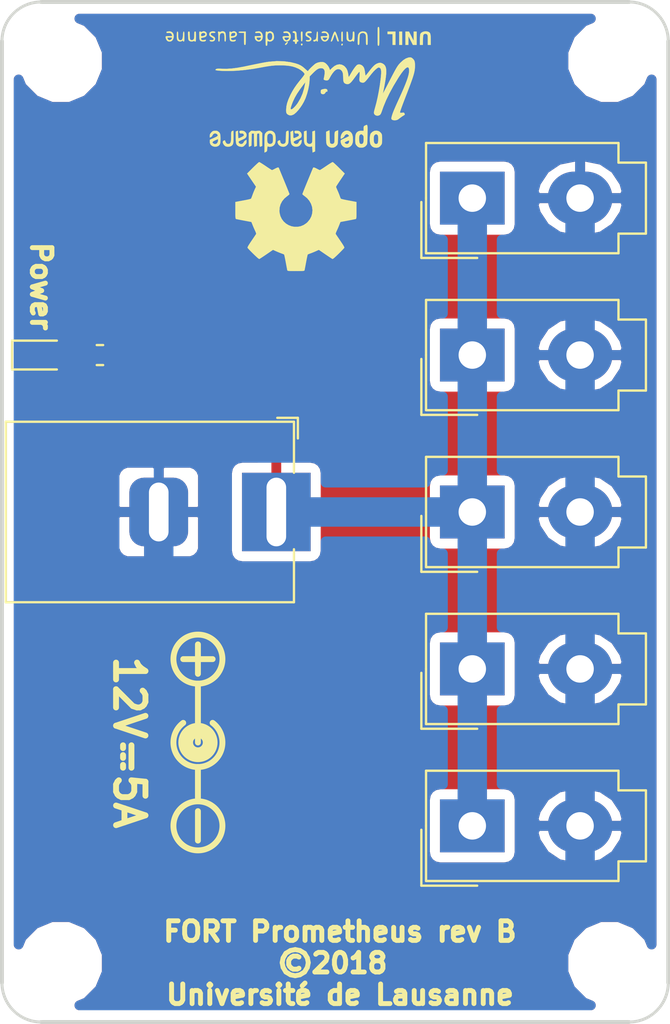
<source format=kicad_pcb>
(kicad_pcb (version 20171130) (host pcbnew 5.0.2+dfsg1-1~bpo9+1)

  (general
    (thickness 1.6)
    (drawings 21)
    (tracks 23)
    (zones 0)
    (modules 14)
    (nets 4)
  )

  (page A4)
  (layers
    (0 F.Cu signal)
    (31 B.Cu signal)
    (32 B.Adhes user)
    (33 F.Adhes user)
    (34 B.Paste user)
    (35 F.Paste user)
    (36 B.SilkS user)
    (37 F.SilkS user)
    (38 B.Mask user)
    (39 F.Mask user)
    (40 Dwgs.User user)
    (41 Cmts.User user)
    (42 Eco1.User user)
    (43 Eco2.User user)
    (44 Edge.Cuts user)
    (45 Margin user)
    (46 B.CrtYd user)
    (47 F.CrtYd user)
    (48 B.Fab user)
    (49 F.Fab user hide)
  )

  (setup
    (last_trace_width 0.5)
    (user_trace_width 0.5)
    (user_trace_width 1.5)
    (trace_clearance 0.3)
    (zone_clearance 0.5)
    (zone_45_only no)
    (trace_min 0.2)
    (segment_width 0.2)
    (edge_width 0.15)
    (via_size 0.8)
    (via_drill 0.4)
    (via_min_size 0.4)
    (via_min_drill 0.3)
    (uvia_size 0.3)
    (uvia_drill 0.1)
    (uvias_allowed no)
    (uvia_min_size 0.2)
    (uvia_min_drill 0.1)
    (pcb_text_width 0.3)
    (pcb_text_size 1.5 1.5)
    (mod_edge_width 0.15)
    (mod_text_size 1 1)
    (mod_text_width 0.15)
    (pad_size 1.524 1.524)
    (pad_drill 0.762)
    (pad_to_mask_clearance 0.2)
    (solder_mask_min_width 0.25)
    (aux_axis_origin 0 0)
    (visible_elements FFFFFF7F)
    (pcbplotparams
      (layerselection 0x010fc_ffffffff)
      (usegerberextensions true)
      (usegerberattributes false)
      (usegerberadvancedattributes false)
      (creategerberjobfile false)
      (excludeedgelayer true)
      (linewidth 0.100000)
      (plotframeref false)
      (viasonmask false)
      (mode 1)
      (useauxorigin false)
      (hpglpennumber 1)
      (hpglpenspeed 20)
      (hpglpendiameter 15.000000)
      (psnegative false)
      (psa4output false)
      (plotreference true)
      (plotvalue true)
      (plotinvisibletext false)
      (padsonsilk false)
      (subtractmaskfromsilk false)
      (outputformat 1)
      (mirror false)
      (drillshape 0)
      (scaleselection 1)
      (outputdirectory "output/"))
  )

  (net 0 "")
  (net 1 GND)
  (net 2 "Net-(D1-Pad2)")
  (net 3 +12V)

  (net_class Default "This is the default net class."
    (clearance 0.3)
    (trace_width 0.5)
    (via_dia 0.8)
    (via_drill 0.4)
    (uvia_dia 0.3)
    (uvia_drill 0.1)
    (add_net +12V)
    (add_net GND)
    (add_net "Net-(D1-Pad2)")
  )

  (module Connector_Molex:Molex_Mini-Fit_Jr_5566-02A_2x01_P4.20mm_Vertical (layer F.Cu) (tedit 5C016535) (tstamp 5C016DEB)
    (at 127 116 90)
    (descr "Molex Mini-Fit Jr. Power Connectors, old mpn/engineering number: 5566-02A, example for new mpn: 39-28-x02x, 1 Pins per row, Mounting:  (http://www.molex.com/pdm_docs/sd/039281043_sd.pdf), generated with kicad-footprint-generator")
    (tags "connector Molex Mini-Fit_Jr side entry")
    (path /5C0043C9)
    (fp_text reference J6 (at 0 -3.45 90) (layer F.SilkS) hide
      (effects (font (size 1 1) (thickness 0.15)))
    )
    (fp_text value 5566-02A (at 0 9.95 90) (layer F.Fab)
      (effects (font (size 1 1) (thickness 0.15)))
    )
    (fp_line (start -2.7 -2.25) (end -2.7 7.35) (layer F.Fab) (width 0.1))
    (fp_line (start -2.7 7.35) (end 2.7 7.35) (layer F.Fab) (width 0.1))
    (fp_line (start 2.7 7.35) (end 2.7 -2.25) (layer F.Fab) (width 0.1))
    (fp_line (start 2.7 -2.25) (end -2.7 -2.25) (layer F.Fab) (width 0.1))
    (fp_line (start -1.7 7.35) (end -1.7 8.75) (layer F.Fab) (width 0.1))
    (fp_line (start -1.7 8.75) (end 1.7 8.75) (layer F.Fab) (width 0.1))
    (fp_line (start 1.7 8.75) (end 1.7 7.35) (layer F.Fab) (width 0.1))
    (fp_line (start -1.65 -1) (end -1.65 2.3) (layer F.Fab) (width 0.1))
    (fp_line (start -1.65 2.3) (end 1.65 2.3) (layer F.Fab) (width 0.1))
    (fp_line (start 1.65 2.3) (end 1.65 -1) (layer F.Fab) (width 0.1))
    (fp_line (start 1.65 -1) (end -1.65 -1) (layer F.Fab) (width 0.1))
    (fp_line (start -1.65 6.5) (end -1.65 4.025) (layer F.Fab) (width 0.1))
    (fp_line (start -1.65 4.025) (end -0.825 3.2) (layer F.Fab) (width 0.1))
    (fp_line (start -0.825 3.2) (end 0.825 3.2) (layer F.Fab) (width 0.1))
    (fp_line (start 0.825 3.2) (end 1.65 4.025) (layer F.Fab) (width 0.1))
    (fp_line (start 1.65 4.025) (end 1.65 6.5) (layer F.Fab) (width 0.1))
    (fp_line (start 1.65 6.5) (end -1.65 6.5) (layer F.Fab) (width 0.1))
    (fp_line (start 0 -2.36) (end -2.81 -2.36) (layer F.SilkS) (width 0.12))
    (fp_line (start -2.81 -2.36) (end -2.81 7.46) (layer F.SilkS) (width 0.12))
    (fp_line (start -2.81 7.46) (end -1.81 7.46) (layer F.SilkS) (width 0.12))
    (fp_line (start -1.81 7.46) (end -1.81 8.86) (layer F.SilkS) (width 0.12))
    (fp_line (start -1.81 8.86) (end 0 8.86) (layer F.SilkS) (width 0.12))
    (fp_line (start 0 -2.36) (end 2.81 -2.36) (layer F.SilkS) (width 0.12))
    (fp_line (start 2.81 -2.36) (end 2.81 7.46) (layer F.SilkS) (width 0.12))
    (fp_line (start 2.81 7.46) (end 1.81 7.46) (layer F.SilkS) (width 0.12))
    (fp_line (start 1.81 7.46) (end 1.81 8.86) (layer F.SilkS) (width 0.12))
    (fp_line (start 1.81 8.86) (end 0 8.86) (layer F.SilkS) (width 0.12))
    (fp_line (start -0.2 -2.6) (end -3.05 -2.6) (layer F.SilkS) (width 0.12))
    (fp_line (start -3.05 -2.6) (end -3.05 0.25) (layer F.SilkS) (width 0.12))
    (fp_line (start -0.2 -2.6) (end -3.05 -2.6) (layer F.Fab) (width 0.1))
    (fp_line (start -3.05 -2.6) (end -3.05 0.25) (layer F.Fab) (width 0.1))
    (fp_line (start -3.2 -2.75) (end -3.2 9.25) (layer F.CrtYd) (width 0.05))
    (fp_line (start -3.2 9.25) (end 3.2 9.25) (layer F.CrtYd) (width 0.05))
    (fp_line (start 3.2 9.25) (end 3.2 -2.75) (layer F.CrtYd) (width 0.05))
    (fp_line (start 3.2 -2.75) (end -3.2 -2.75) (layer F.CrtYd) (width 0.05))
    (fp_text user %R (at 0 -1.55 90) (layer F.Fab)
      (effects (font (size 1 1) (thickness 0.15)))
    )
    (pad 1 thru_hole rect (at 0 0 90) (size 2.7 3.3) (drill 1.4) (layers *.Cu *.Mask)
      (net 3 +12V))
    (pad 2 thru_hole oval (at 0 5.5 90) (size 2.7 3.3) (drill 1.4) (layers *.Cu *.Mask)
      (net 1 GND))
    (model ${KIPRJMOD}/../../lib/fort.3dshapes/Molex_Mini-Fit_Jr_5566-02A_2x01_P4.20mm_Vertical.wrl
      (at (xyz 0 0 0))
      (scale (xyz 1 1 1))
      (rotate (xyz 0 0 0))
    )
  )

  (module Connector_Molex:Molex_Mini-Fit_Jr_5566-02A_2x01_P4.20mm_Vertical (layer F.Cu) (tedit 5C000362) (tstamp 5C00EFB0)
    (at 127 108 90)
    (descr "Molex Mini-Fit Jr. Power Connectors, old mpn/engineering number: 5566-02A, example for new mpn: 39-28-x02x, 1 Pins per row, Mounting:  (http://www.molex.com/pdm_docs/sd/039281043_sd.pdf), generated with kicad-footprint-generator")
    (tags "connector Molex Mini-Fit_Jr side entry")
    (path /5C0043C9)
    (fp_text reference J5 (at 0 -3.45 90) (layer F.SilkS) hide
      (effects (font (size 1 1) (thickness 0.15)))
    )
    (fp_text value 5566-02A (at 0 9.95 90) (layer F.Fab)
      (effects (font (size 1 1) (thickness 0.15)))
    )
    (fp_text user %R (at 0 -1.55 90) (layer F.Fab)
      (effects (font (size 1 1) (thickness 0.15)))
    )
    (fp_line (start 3.2 -2.75) (end -3.2 -2.75) (layer F.CrtYd) (width 0.05))
    (fp_line (start 3.2 9.25) (end 3.2 -2.75) (layer F.CrtYd) (width 0.05))
    (fp_line (start -3.2 9.25) (end 3.2 9.25) (layer F.CrtYd) (width 0.05))
    (fp_line (start -3.2 -2.75) (end -3.2 9.25) (layer F.CrtYd) (width 0.05))
    (fp_line (start -3.05 -2.6) (end -3.05 0.25) (layer F.Fab) (width 0.1))
    (fp_line (start -0.2 -2.6) (end -3.05 -2.6) (layer F.Fab) (width 0.1))
    (fp_line (start -3.05 -2.6) (end -3.05 0.25) (layer F.SilkS) (width 0.12))
    (fp_line (start -0.2 -2.6) (end -3.05 -2.6) (layer F.SilkS) (width 0.12))
    (fp_line (start 1.81 8.86) (end 0 8.86) (layer F.SilkS) (width 0.12))
    (fp_line (start 1.81 7.46) (end 1.81 8.86) (layer F.SilkS) (width 0.12))
    (fp_line (start 2.81 7.46) (end 1.81 7.46) (layer F.SilkS) (width 0.12))
    (fp_line (start 2.81 -2.36) (end 2.81 7.46) (layer F.SilkS) (width 0.12))
    (fp_line (start 0 -2.36) (end 2.81 -2.36) (layer F.SilkS) (width 0.12))
    (fp_line (start -1.81 8.86) (end 0 8.86) (layer F.SilkS) (width 0.12))
    (fp_line (start -1.81 7.46) (end -1.81 8.86) (layer F.SilkS) (width 0.12))
    (fp_line (start -2.81 7.46) (end -1.81 7.46) (layer F.SilkS) (width 0.12))
    (fp_line (start -2.81 -2.36) (end -2.81 7.46) (layer F.SilkS) (width 0.12))
    (fp_line (start 0 -2.36) (end -2.81 -2.36) (layer F.SilkS) (width 0.12))
    (fp_line (start 1.65 6.5) (end -1.65 6.5) (layer F.Fab) (width 0.1))
    (fp_line (start 1.65 4.025) (end 1.65 6.5) (layer F.Fab) (width 0.1))
    (fp_line (start 0.825 3.2) (end 1.65 4.025) (layer F.Fab) (width 0.1))
    (fp_line (start -0.825 3.2) (end 0.825 3.2) (layer F.Fab) (width 0.1))
    (fp_line (start -1.65 4.025) (end -0.825 3.2) (layer F.Fab) (width 0.1))
    (fp_line (start -1.65 6.5) (end -1.65 4.025) (layer F.Fab) (width 0.1))
    (fp_line (start 1.65 -1) (end -1.65 -1) (layer F.Fab) (width 0.1))
    (fp_line (start 1.65 2.3) (end 1.65 -1) (layer F.Fab) (width 0.1))
    (fp_line (start -1.65 2.3) (end 1.65 2.3) (layer F.Fab) (width 0.1))
    (fp_line (start -1.65 -1) (end -1.65 2.3) (layer F.Fab) (width 0.1))
    (fp_line (start 1.7 8.75) (end 1.7 7.35) (layer F.Fab) (width 0.1))
    (fp_line (start -1.7 8.75) (end 1.7 8.75) (layer F.Fab) (width 0.1))
    (fp_line (start -1.7 7.35) (end -1.7 8.75) (layer F.Fab) (width 0.1))
    (fp_line (start 2.7 -2.25) (end -2.7 -2.25) (layer F.Fab) (width 0.1))
    (fp_line (start 2.7 7.35) (end 2.7 -2.25) (layer F.Fab) (width 0.1))
    (fp_line (start -2.7 7.35) (end 2.7 7.35) (layer F.Fab) (width 0.1))
    (fp_line (start -2.7 -2.25) (end -2.7 7.35) (layer F.Fab) (width 0.1))
    (pad 2 thru_hole oval (at 0 5.5 90) (size 2.7 3.3) (drill 1.4) (layers *.Cu *.Mask)
      (net 1 GND))
    (pad 1 thru_hole rect (at 0 0 90) (size 2.7 3.3) (drill 1.4) (layers *.Cu *.Mask)
      (net 3 +12V))
    (model ${KIPRJMOD}/../../lib/fort.3dshapes/Molex_Mini-Fit_Jr_5566-02A_2x01_P4.20mm_Vertical.wrl
      (at (xyz 0 0 0))
      (scale (xyz 1 1 1))
      (rotate (xyz 0 0 0))
    )
  )

  (module Connector_Molex:Molex_Mini-Fit_Jr_5566-02A_2x01_P4.20mm_Vertical (layer F.Cu) (tedit 5C00035F) (tstamp 5C00EF5E)
    (at 127 100 90)
    (descr "Molex Mini-Fit Jr. Power Connectors, old mpn/engineering number: 5566-02A, example for new mpn: 39-28-x02x, 1 Pins per row, Mounting:  (http://www.molex.com/pdm_docs/sd/039281043_sd.pdf), generated with kicad-footprint-generator")
    (tags "connector Molex Mini-Fit_Jr side entry")
    (path /5C0043A7)
    (fp_text reference J4 (at 0 -3.45 90) (layer F.SilkS) hide
      (effects (font (size 1 1) (thickness 0.15)))
    )
    (fp_text value 5566-02A (at 0 9.95 90) (layer F.Fab)
      (effects (font (size 1 1) (thickness 0.15)))
    )
    (fp_line (start -2.7 -2.25) (end -2.7 7.35) (layer F.Fab) (width 0.1))
    (fp_line (start -2.7 7.35) (end 2.7 7.35) (layer F.Fab) (width 0.1))
    (fp_line (start 2.7 7.35) (end 2.7 -2.25) (layer F.Fab) (width 0.1))
    (fp_line (start 2.7 -2.25) (end -2.7 -2.25) (layer F.Fab) (width 0.1))
    (fp_line (start -1.7 7.35) (end -1.7 8.75) (layer F.Fab) (width 0.1))
    (fp_line (start -1.7 8.75) (end 1.7 8.75) (layer F.Fab) (width 0.1))
    (fp_line (start 1.7 8.75) (end 1.7 7.35) (layer F.Fab) (width 0.1))
    (fp_line (start -1.65 -1) (end -1.65 2.3) (layer F.Fab) (width 0.1))
    (fp_line (start -1.65 2.3) (end 1.65 2.3) (layer F.Fab) (width 0.1))
    (fp_line (start 1.65 2.3) (end 1.65 -1) (layer F.Fab) (width 0.1))
    (fp_line (start 1.65 -1) (end -1.65 -1) (layer F.Fab) (width 0.1))
    (fp_line (start -1.65 6.5) (end -1.65 4.025) (layer F.Fab) (width 0.1))
    (fp_line (start -1.65 4.025) (end -0.825 3.2) (layer F.Fab) (width 0.1))
    (fp_line (start -0.825 3.2) (end 0.825 3.2) (layer F.Fab) (width 0.1))
    (fp_line (start 0.825 3.2) (end 1.65 4.025) (layer F.Fab) (width 0.1))
    (fp_line (start 1.65 4.025) (end 1.65 6.5) (layer F.Fab) (width 0.1))
    (fp_line (start 1.65 6.5) (end -1.65 6.5) (layer F.Fab) (width 0.1))
    (fp_line (start 0 -2.36) (end -2.81 -2.36) (layer F.SilkS) (width 0.12))
    (fp_line (start -2.81 -2.36) (end -2.81 7.46) (layer F.SilkS) (width 0.12))
    (fp_line (start -2.81 7.46) (end -1.81 7.46) (layer F.SilkS) (width 0.12))
    (fp_line (start -1.81 7.46) (end -1.81 8.86) (layer F.SilkS) (width 0.12))
    (fp_line (start -1.81 8.86) (end 0 8.86) (layer F.SilkS) (width 0.12))
    (fp_line (start 0 -2.36) (end 2.81 -2.36) (layer F.SilkS) (width 0.12))
    (fp_line (start 2.81 -2.36) (end 2.81 7.46) (layer F.SilkS) (width 0.12))
    (fp_line (start 2.81 7.46) (end 1.81 7.46) (layer F.SilkS) (width 0.12))
    (fp_line (start 1.81 7.46) (end 1.81 8.86) (layer F.SilkS) (width 0.12))
    (fp_line (start 1.81 8.86) (end 0 8.86) (layer F.SilkS) (width 0.12))
    (fp_line (start -0.2 -2.6) (end -3.05 -2.6) (layer F.SilkS) (width 0.12))
    (fp_line (start -3.05 -2.6) (end -3.05 0.25) (layer F.SilkS) (width 0.12))
    (fp_line (start -0.2 -2.6) (end -3.05 -2.6) (layer F.Fab) (width 0.1))
    (fp_line (start -3.05 -2.6) (end -3.05 0.25) (layer F.Fab) (width 0.1))
    (fp_line (start -3.2 -2.75) (end -3.2 9.25) (layer F.CrtYd) (width 0.05))
    (fp_line (start -3.2 9.25) (end 3.2 9.25) (layer F.CrtYd) (width 0.05))
    (fp_line (start 3.2 9.25) (end 3.2 -2.75) (layer F.CrtYd) (width 0.05))
    (fp_line (start 3.2 -2.75) (end -3.2 -2.75) (layer F.CrtYd) (width 0.05))
    (fp_text user %R (at 0 -1.55 90) (layer F.Fab)
      (effects (font (size 1 1) (thickness 0.15)))
    )
    (pad 1 thru_hole rect (at 0 0 90) (size 2.7 3.3) (drill 1.4) (layers *.Cu *.Mask)
      (net 3 +12V))
    (pad 2 thru_hole oval (at 0 5.5 90) (size 2.7 3.3) (drill 1.4) (layers *.Cu *.Mask)
      (net 1 GND))
    (model ${KIPRJMOD}/../../lib/fort.3dshapes/Molex_Mini-Fit_Jr_5566-02A_2x01_P4.20mm_Vertical.wrl
      (at (xyz 0 0 0))
      (scale (xyz 1 1 1))
      (rotate (xyz 0 0 0))
    )
  )

  (module Connector_Molex:Molex_Mini-Fit_Jr_5566-02A_2x01_P4.20mm_Vertical (layer F.Cu) (tedit 5C00035C) (tstamp 5C00EF0C)
    (at 127 92 90)
    (descr "Molex Mini-Fit Jr. Power Connectors, old mpn/engineering number: 5566-02A, example for new mpn: 39-28-x02x, 1 Pins per row, Mounting:  (http://www.molex.com/pdm_docs/sd/039281043_sd.pdf), generated with kicad-footprint-generator")
    (tags "connector Molex Mini-Fit_Jr side entry")
    (path /5C004389)
    (fp_text reference J3 (at 0 -3.45 90) (layer F.SilkS) hide
      (effects (font (size 1 1) (thickness 0.15)))
    )
    (fp_text value 5566-02A (at 0 9.95 90) (layer F.Fab)
      (effects (font (size 1 1) (thickness 0.15)))
    )
    (fp_text user %R (at 0 -1.55 90) (layer F.Fab)
      (effects (font (size 1 1) (thickness 0.15)))
    )
    (fp_line (start 3.2 -2.75) (end -3.2 -2.75) (layer F.CrtYd) (width 0.05))
    (fp_line (start 3.2 9.25) (end 3.2 -2.75) (layer F.CrtYd) (width 0.05))
    (fp_line (start -3.2 9.25) (end 3.2 9.25) (layer F.CrtYd) (width 0.05))
    (fp_line (start -3.2 -2.75) (end -3.2 9.25) (layer F.CrtYd) (width 0.05))
    (fp_line (start -3.05 -2.6) (end -3.05 0.25) (layer F.Fab) (width 0.1))
    (fp_line (start -0.2 -2.6) (end -3.05 -2.6) (layer F.Fab) (width 0.1))
    (fp_line (start -3.05 -2.6) (end -3.05 0.25) (layer F.SilkS) (width 0.12))
    (fp_line (start -0.2 -2.6) (end -3.05 -2.6) (layer F.SilkS) (width 0.12))
    (fp_line (start 1.81 8.86) (end 0 8.86) (layer F.SilkS) (width 0.12))
    (fp_line (start 1.81 7.46) (end 1.81 8.86) (layer F.SilkS) (width 0.12))
    (fp_line (start 2.81 7.46) (end 1.81 7.46) (layer F.SilkS) (width 0.12))
    (fp_line (start 2.81 -2.36) (end 2.81 7.46) (layer F.SilkS) (width 0.12))
    (fp_line (start 0 -2.36) (end 2.81 -2.36) (layer F.SilkS) (width 0.12))
    (fp_line (start -1.81 8.86) (end 0 8.86) (layer F.SilkS) (width 0.12))
    (fp_line (start -1.81 7.46) (end -1.81 8.86) (layer F.SilkS) (width 0.12))
    (fp_line (start -2.81 7.46) (end -1.81 7.46) (layer F.SilkS) (width 0.12))
    (fp_line (start -2.81 -2.36) (end -2.81 7.46) (layer F.SilkS) (width 0.12))
    (fp_line (start 0 -2.36) (end -2.81 -2.36) (layer F.SilkS) (width 0.12))
    (fp_line (start 1.65 6.5) (end -1.65 6.5) (layer F.Fab) (width 0.1))
    (fp_line (start 1.65 4.025) (end 1.65 6.5) (layer F.Fab) (width 0.1))
    (fp_line (start 0.825 3.2) (end 1.65 4.025) (layer F.Fab) (width 0.1))
    (fp_line (start -0.825 3.2) (end 0.825 3.2) (layer F.Fab) (width 0.1))
    (fp_line (start -1.65 4.025) (end -0.825 3.2) (layer F.Fab) (width 0.1))
    (fp_line (start -1.65 6.5) (end -1.65 4.025) (layer F.Fab) (width 0.1))
    (fp_line (start 1.65 -1) (end -1.65 -1) (layer F.Fab) (width 0.1))
    (fp_line (start 1.65 2.3) (end 1.65 -1) (layer F.Fab) (width 0.1))
    (fp_line (start -1.65 2.3) (end 1.65 2.3) (layer F.Fab) (width 0.1))
    (fp_line (start -1.65 -1) (end -1.65 2.3) (layer F.Fab) (width 0.1))
    (fp_line (start 1.7 8.75) (end 1.7 7.35) (layer F.Fab) (width 0.1))
    (fp_line (start -1.7 8.75) (end 1.7 8.75) (layer F.Fab) (width 0.1))
    (fp_line (start -1.7 7.35) (end -1.7 8.75) (layer F.Fab) (width 0.1))
    (fp_line (start 2.7 -2.25) (end -2.7 -2.25) (layer F.Fab) (width 0.1))
    (fp_line (start 2.7 7.35) (end 2.7 -2.25) (layer F.Fab) (width 0.1))
    (fp_line (start -2.7 7.35) (end 2.7 7.35) (layer F.Fab) (width 0.1))
    (fp_line (start -2.7 -2.25) (end -2.7 7.35) (layer F.Fab) (width 0.1))
    (pad 2 thru_hole oval (at 0 5.5 90) (size 2.7 3.3) (drill 1.4) (layers *.Cu *.Mask)
      (net 1 GND))
    (pad 1 thru_hole rect (at 0 0 90) (size 2.7 3.3) (drill 1.4) (layers *.Cu *.Mask)
      (net 3 +12V))
    (model ${KIPRJMOD}/../../lib/fort.3dshapes/Molex_Mini-Fit_Jr_5566-02A_2x01_P4.20mm_Vertical.wrl
      (at (xyz 0 0 0))
      (scale (xyz 1 1 1))
      (rotate (xyz 0 0 0))
    )
  )

  (module Connector_Molex:Molex_Mini-Fit_Jr_5566-02A_2x01_P4.20mm_Vertical (layer F.Cu) (tedit 5C000359) (tstamp 5C00DDD2)
    (at 127 84 90)
    (descr "Molex Mini-Fit Jr. Power Connectors, old mpn/engineering number: 5566-02A, example for new mpn: 39-28-x02x, 1 Pins per row, Mounting:  (http://www.molex.com/pdm_docs/sd/039281043_sd.pdf), generated with kicad-footprint-generator")
    (tags "connector Molex Mini-Fit_Jr side entry")
    (path /5BFFAD92)
    (fp_text reference J2 (at 0 -3.45 90) (layer F.SilkS) hide
      (effects (font (size 1 1) (thickness 0.15)))
    )
    (fp_text value 5566-02A (at 0 9.95 90) (layer F.Fab)
      (effects (font (size 1 1) (thickness 0.15)))
    )
    (fp_line (start -2.7 -2.25) (end -2.7 7.35) (layer F.Fab) (width 0.1))
    (fp_line (start -2.7 7.35) (end 2.7 7.35) (layer F.Fab) (width 0.1))
    (fp_line (start 2.7 7.35) (end 2.7 -2.25) (layer F.Fab) (width 0.1))
    (fp_line (start 2.7 -2.25) (end -2.7 -2.25) (layer F.Fab) (width 0.1))
    (fp_line (start -1.7 7.35) (end -1.7 8.75) (layer F.Fab) (width 0.1))
    (fp_line (start -1.7 8.75) (end 1.7 8.75) (layer F.Fab) (width 0.1))
    (fp_line (start 1.7 8.75) (end 1.7 7.35) (layer F.Fab) (width 0.1))
    (fp_line (start -1.65 -1) (end -1.65 2.3) (layer F.Fab) (width 0.1))
    (fp_line (start -1.65 2.3) (end 1.65 2.3) (layer F.Fab) (width 0.1))
    (fp_line (start 1.65 2.3) (end 1.65 -1) (layer F.Fab) (width 0.1))
    (fp_line (start 1.65 -1) (end -1.65 -1) (layer F.Fab) (width 0.1))
    (fp_line (start -1.65 6.5) (end -1.65 4.025) (layer F.Fab) (width 0.1))
    (fp_line (start -1.65 4.025) (end -0.825 3.2) (layer F.Fab) (width 0.1))
    (fp_line (start -0.825 3.2) (end 0.825 3.2) (layer F.Fab) (width 0.1))
    (fp_line (start 0.825 3.2) (end 1.65 4.025) (layer F.Fab) (width 0.1))
    (fp_line (start 1.65 4.025) (end 1.65 6.5) (layer F.Fab) (width 0.1))
    (fp_line (start 1.65 6.5) (end -1.65 6.5) (layer F.Fab) (width 0.1))
    (fp_line (start 0 -2.36) (end -2.81 -2.36) (layer F.SilkS) (width 0.12))
    (fp_line (start -2.81 -2.36) (end -2.81 7.46) (layer F.SilkS) (width 0.12))
    (fp_line (start -2.81 7.46) (end -1.81 7.46) (layer F.SilkS) (width 0.12))
    (fp_line (start -1.81 7.46) (end -1.81 8.86) (layer F.SilkS) (width 0.12))
    (fp_line (start -1.81 8.86) (end 0 8.86) (layer F.SilkS) (width 0.12))
    (fp_line (start 0 -2.36) (end 2.81 -2.36) (layer F.SilkS) (width 0.12))
    (fp_line (start 2.81 -2.36) (end 2.81 7.46) (layer F.SilkS) (width 0.12))
    (fp_line (start 2.81 7.46) (end 1.81 7.46) (layer F.SilkS) (width 0.12))
    (fp_line (start 1.81 7.46) (end 1.81 8.86) (layer F.SilkS) (width 0.12))
    (fp_line (start 1.81 8.86) (end 0 8.86) (layer F.SilkS) (width 0.12))
    (fp_line (start -0.2 -2.6) (end -3.05 -2.6) (layer F.SilkS) (width 0.12))
    (fp_line (start -3.05 -2.6) (end -3.05 0.25) (layer F.SilkS) (width 0.12))
    (fp_line (start -0.2 -2.6) (end -3.05 -2.6) (layer F.Fab) (width 0.1))
    (fp_line (start -3.05 -2.6) (end -3.05 0.25) (layer F.Fab) (width 0.1))
    (fp_line (start -3.2 -2.75) (end -3.2 9.25) (layer F.CrtYd) (width 0.05))
    (fp_line (start -3.2 9.25) (end 3.2 9.25) (layer F.CrtYd) (width 0.05))
    (fp_line (start 3.2 9.25) (end 3.2 -2.75) (layer F.CrtYd) (width 0.05))
    (fp_line (start 3.2 -2.75) (end -3.2 -2.75) (layer F.CrtYd) (width 0.05))
    (fp_text user %R (at 0 -1.55 90) (layer F.Fab)
      (effects (font (size 1 1) (thickness 0.15)))
    )
    (pad 1 thru_hole rect (at 0 0 90) (size 2.7 3.3) (drill 1.4) (layers *.Cu *.Mask)
      (net 3 +12V))
    (pad 2 thru_hole oval (at 0 5.5 90) (size 2.7 3.3) (drill 1.4) (layers *.Cu *.Mask)
      (net 1 GND))
    (model ${KIPRJMOD}/../../lib/fort.3dshapes/Molex_Mini-Fit_Jr_5566-02A_2x01_P4.20mm_Vertical.wrl
      (at (xyz 0 0 0))
      (scale (xyz 1 1 1))
      (rotate (xyz 0 0 0))
    )
  )

  (module LED_SMD:LED_0603_1608Metric (layer F.Cu) (tedit 5C000EE0) (tstamp 5C00D596)
    (at 105 92)
    (descr "LED SMD 0603 (1608 Metric), square (rectangular) end terminal, IPC_7351 nominal, (Body size source: http://www.tortai-tech.com/upload/download/2011102023233369053.pdf), generated with kicad-footprint-generator")
    (tags diode)
    (path /5C005002)
    (attr smd)
    (fp_text reference D1 (at 0 1.5) (layer F.SilkS) hide
      (effects (font (size 1 1) (thickness 0.15)))
    )
    (fp_text value GREEN (at 0 1.43) (layer F.Fab)
      (effects (font (size 1 1) (thickness 0.15)))
    )
    (fp_line (start 0.8 -0.4) (end -0.5 -0.4) (layer F.Fab) (width 0.1))
    (fp_line (start -0.5 -0.4) (end -0.8 -0.1) (layer F.Fab) (width 0.1))
    (fp_line (start -0.8 -0.1) (end -0.8 0.4) (layer F.Fab) (width 0.1))
    (fp_line (start -0.8 0.4) (end 0.8 0.4) (layer F.Fab) (width 0.1))
    (fp_line (start 0.8 0.4) (end 0.8 -0.4) (layer F.Fab) (width 0.1))
    (fp_line (start 0.8 -0.735) (end -1.485 -0.735) (layer F.SilkS) (width 0.12))
    (fp_line (start -1.485 -0.735) (end -1.485 0.735) (layer F.SilkS) (width 0.12))
    (fp_line (start -1.485 0.735) (end 0.8 0.735) (layer F.SilkS) (width 0.12))
    (fp_line (start -1.48 0.73) (end -1.48 -0.73) (layer F.CrtYd) (width 0.05))
    (fp_line (start -1.48 -0.73) (end 1.48 -0.73) (layer F.CrtYd) (width 0.05))
    (fp_line (start 1.48 -0.73) (end 1.48 0.73) (layer F.CrtYd) (width 0.05))
    (fp_line (start 1.48 0.73) (end -1.48 0.73) (layer F.CrtYd) (width 0.05))
    (fp_text user %R (at 0 0) (layer F.Fab)
      (effects (font (size 0.4 0.4) (thickness 0.06)))
    )
    (pad 1 smd roundrect (at -0.7875 0) (size 0.875 0.95) (layers F.Cu F.Paste F.Mask) (roundrect_rratio 0.25)
      (net 1 GND))
    (pad 2 smd roundrect (at 0.7875 0) (size 0.875 0.95) (layers F.Cu F.Paste F.Mask) (roundrect_rratio 0.25)
      (net 2 "Net-(D1-Pad2)"))
    (model ${KISYS3DMOD}/LED_SMD.3dshapes/LED_0603_1608Metric.wrl
      (at (xyz 0 0 0))
      (scale (xyz 1 1 1))
      (rotate (xyz 0 0 0))
    )
  )

  (module FORT:BarrelJack_CUI_PJ-037B_Horizontal (layer F.Cu) (tedit 5C00034A) (tstamp 5C00D607)
    (at 117 100)
    (descr "DC Barrel Jack")
    (tags "Power Jack")
    (path /5BFFABF8)
    (fp_text reference J1 (at -8.45 5.75) (layer F.SilkS) hide
      (effects (font (size 1 1) (thickness 0.15)))
    )
    (fp_text value "2.5mm I.D. 5.5mm O.D." (at -6.2 -5.5) (layer F.Fab)
      (effects (font (size 1 1) (thickness 0.15)))
    )
    (fp_text user %R (at -3 -2.95) (layer F.Fab)
      (effects (font (size 1 1) (thickness 0.15)))
    )
    (fp_line (start -0.003213 -4.505425) (end 0.8 -3.75) (layer F.Fab) (width 0.1))
    (fp_line (start 1.1 -3.75) (end 1.1 -4.8) (layer F.SilkS) (width 0.12))
    (fp_line (start 0.05 -4.8) (end 1.1 -4.8) (layer F.SilkS) (width 0.12))
    (fp_line (start 1 -4.5) (end 1 -4.75) (layer F.CrtYd) (width 0.05))
    (fp_line (start 1 -4.75) (end -14 -4.75) (layer F.CrtYd) (width 0.05))
    (fp_line (start 1 -4.5) (end 1 -2) (layer F.CrtYd) (width 0.05))
    (fp_line (start 1 -2) (end 2 -2) (layer F.CrtYd) (width 0.05))
    (fp_line (start 2 -2) (end 2 2) (layer F.CrtYd) (width 0.05))
    (fp_line (start 2 2) (end 1 2) (layer F.CrtYd) (width 0.05))
    (fp_line (start 1 2) (end 1 4.75) (layer F.CrtYd) (width 0.05))
    (fp_line (start 1 4.75) (end -14 4.75) (layer F.CrtYd) (width 0.05))
    (fp_line (start -14 4.75) (end -14 -4.75) (layer F.CrtYd) (width 0.05))
    (fp_line (start 0.9 4.6) (end -13.8 4.6) (layer F.SilkS) (width 0.12))
    (fp_line (start -13.8 4.6) (end -13.8 -4.6) (layer F.SilkS) (width 0.12))
    (fp_line (start 0.9 1.9) (end 0.9 4.6) (layer F.SilkS) (width 0.12))
    (fp_line (start -13.8 -4.6) (end 0.9 -4.6) (layer F.SilkS) (width 0.12))
    (fp_line (start 0.9 -4.6) (end 0.9 -2) (layer F.SilkS) (width 0.12))
    (fp_line (start -10.2 -4.5) (end -10.2 4.5) (layer F.Fab) (width 0.1))
    (fp_line (start -13.7 -4.5) (end -13.7 4.5) (layer F.Fab) (width 0.1))
    (fp_line (start -13.7 4.5) (end 0.8 4.5) (layer F.Fab) (width 0.1))
    (fp_line (start 0.8 4.5) (end 0.8 -3.75) (layer F.Fab) (width 0.1))
    (fp_line (start 0 -4.5) (end -13.7 -4.5) (layer F.Fab) (width 0.1))
    (pad 1 thru_hole rect (at 0 0) (size 3.5 4) (drill oval 1 3.5) (layers *.Cu *.Mask)
      (net 3 +12V))
    (pad 2 thru_hole roundrect (at -6 0) (size 3 3.5) (drill oval 1 3) (layers *.Cu *.Mask) (roundrect_rratio 0.25)
      (net 1 GND))
    (model ${KIPRJMOD}/../../lib/fort.3dshapes/BarrelJack_CUI_PJ-037B_Horizontal.step
      (at (xyz 0 0 0))
      (scale (xyz 1 1 1))
      (rotate (xyz 0 0 0))
    )
  )

  (module MountingHole:MountingHole_3.2mm_M3_DIN965 (layer F.Cu) (tedit 5C00034F) (tstamp 5C00D663)
    (at 106 77)
    (descr "Mounting Hole 3.2mm, no annular, M3, DIN965")
    (tags "mounting hole 3.2mm no annular m3 din965")
    (path /5C005BA4)
    (attr virtual)
    (fp_text reference MH1 (at 0 -3.8) (layer F.SilkS) hide
      (effects (font (size 1 1) (thickness 0.15)))
    )
    (fp_text value MountingHole (at 0 3.8) (layer F.Fab)
      (effects (font (size 1 1) (thickness 0.15)))
    )
    (fp_text user %R (at 0.3 0) (layer F.Fab)
      (effects (font (size 1 1) (thickness 0.15)))
    )
    (fp_circle (center 0 0) (end 2.8 0) (layer Cmts.User) (width 0.15))
    (fp_circle (center 0 0) (end 3.05 0) (layer F.CrtYd) (width 0.05))
    (pad 1 np_thru_hole circle (at 0 0) (size 3.2 3.2) (drill 3.2) (layers *.Cu *.Mask))
  )

  (module MountingHole:MountingHole_3.2mm_M3_DIN965 (layer F.Cu) (tedit 5C000353) (tstamp 5C00D66B)
    (at 106 123)
    (descr "Mounting Hole 3.2mm, no annular, M3, DIN965")
    (tags "mounting hole 3.2mm no annular m3 din965")
    (path /5C005CD8)
    (attr virtual)
    (fp_text reference MH2 (at 0 -3.8) (layer F.SilkS) hide
      (effects (font (size 1 1) (thickness 0.15)))
    )
    (fp_text value MountingHole (at 0 3.8) (layer F.Fab)
      (effects (font (size 1 1) (thickness 0.15)))
    )
    (fp_circle (center 0 0) (end 3.05 0) (layer F.CrtYd) (width 0.05))
    (fp_circle (center 0 0) (end 2.8 0) (layer Cmts.User) (width 0.15))
    (fp_text user %R (at 0.3 0) (layer F.Fab)
      (effects (font (size 1 1) (thickness 0.15)))
    )
    (pad 1 np_thru_hole circle (at 0 0) (size 3.2 3.2) (drill 3.2) (layers *.Cu *.Mask))
  )

  (module MountingHole:MountingHole_3.2mm_M3_DIN965 (layer F.Cu) (tedit 5C00034D) (tstamp 5C00D673)
    (at 134 77)
    (descr "Mounting Hole 3.2mm, no annular, M3, DIN965")
    (tags "mounting hole 3.2mm no annular m3 din965")
    (path /5C005D0A)
    (attr virtual)
    (fp_text reference MH3 (at 0 -3.8) (layer F.SilkS) hide
      (effects (font (size 1 1) (thickness 0.15)))
    )
    (fp_text value MountingHole (at 0 3.8) (layer F.Fab)
      (effects (font (size 1 1) (thickness 0.15)))
    )
    (fp_text user %R (at 0.3 0) (layer F.Fab)
      (effects (font (size 1 1) (thickness 0.15)))
    )
    (fp_circle (center 0 0) (end 2.8 0) (layer Cmts.User) (width 0.15))
    (fp_circle (center 0 0) (end 3.05 0) (layer F.CrtYd) (width 0.05))
    (pad 1 np_thru_hole circle (at 0 0) (size 3.2 3.2) (drill 3.2) (layers *.Cu *.Mask))
  )

  (module MountingHole:MountingHole_3.2mm_M3_DIN965 (layer F.Cu) (tedit 5C000356) (tstamp 5C00D67B)
    (at 134 123)
    (descr "Mounting Hole 3.2mm, no annular, M3, DIN965")
    (tags "mounting hole 3.2mm no annular m3 din965")
    (path /5C005D3E)
    (attr virtual)
    (fp_text reference MH4 (at 0 -3.8) (layer F.SilkS) hide
      (effects (font (size 1 1) (thickness 0.15)))
    )
    (fp_text value MountingHole (at 0 3.8) (layer F.Fab)
      (effects (font (size 1 1) (thickness 0.15)))
    )
    (fp_circle (center 0 0) (end 3.05 0) (layer F.CrtYd) (width 0.05))
    (fp_circle (center 0 0) (end 2.8 0) (layer Cmts.User) (width 0.15))
    (fp_text user %R (at 0.3 0) (layer F.Fab)
      (effects (font (size 1 1) (thickness 0.15)))
    )
    (pad 1 np_thru_hole circle (at 0 0) (size 3.2 3.2) (drill 3.2) (layers *.Cu *.Mask))
  )

  (module Resistor_SMD:R_0603_1608Metric (layer F.Cu) (tedit 5C000EDD) (tstamp 5C00D68C)
    (at 108 92 180)
    (descr "Resistor SMD 0603 (1608 Metric), square (rectangular) end terminal, IPC_7351 nominal, (Body size source: http://www.tortai-tech.com/upload/download/2011102023233369053.pdf), generated with kicad-footprint-generator")
    (tags resistor)
    (path /5C004EA8)
    (attr smd)
    (fp_text reference R1 (at 0 -1.43 180) (layer F.SilkS) hide
      (effects (font (size 1 1) (thickness 0.15)))
    )
    (fp_text value 3k3 (at 0 1.43 180) (layer F.Fab)
      (effects (font (size 1 1) (thickness 0.15)))
    )
    (fp_line (start -0.8 0.4) (end -0.8 -0.4) (layer F.Fab) (width 0.1))
    (fp_line (start -0.8 -0.4) (end 0.8 -0.4) (layer F.Fab) (width 0.1))
    (fp_line (start 0.8 -0.4) (end 0.8 0.4) (layer F.Fab) (width 0.1))
    (fp_line (start 0.8 0.4) (end -0.8 0.4) (layer F.Fab) (width 0.1))
    (fp_line (start -0.162779 -0.51) (end 0.162779 -0.51) (layer F.SilkS) (width 0.12))
    (fp_line (start -0.162779 0.51) (end 0.162779 0.51) (layer F.SilkS) (width 0.12))
    (fp_line (start -1.48 0.73) (end -1.48 -0.73) (layer F.CrtYd) (width 0.05))
    (fp_line (start -1.48 -0.73) (end 1.48 -0.73) (layer F.CrtYd) (width 0.05))
    (fp_line (start 1.48 -0.73) (end 1.48 0.73) (layer F.CrtYd) (width 0.05))
    (fp_line (start 1.48 0.73) (end -1.48 0.73) (layer F.CrtYd) (width 0.05))
    (fp_text user %R (at 0 0 180) (layer F.Fab)
      (effects (font (size 0.4 0.4) (thickness 0.06)))
    )
    (pad 1 smd roundrect (at -0.7875 0 180) (size 0.875 0.95) (layers F.Cu F.Paste F.Mask) (roundrect_rratio 0.25)
      (net 3 +12V))
    (pad 2 smd roundrect (at 0.7875 0 180) (size 0.875 0.95) (layers F.Cu F.Paste F.Mask) (roundrect_rratio 0.25)
      (net 2 "Net-(D1-Pad2)"))
    (model ${KISYS3DMOD}/Resistor_SMD.3dshapes/R_0603_1608Metric.wrl
      (at (xyz 0 0 0))
      (scale (xyz 1 1 1))
      (rotate (xyz 0 0 0))
    )
  )

  (module Symbol:OSHW-Logo2_9.8x8mm_SilkScreen (layer F.Cu) (tedit 0) (tstamp 5C01076B)
    (at 118 84 180)
    (descr "Open Source Hardware Symbol")
    (tags "Logo Symbol OSHW")
    (attr virtual)
    (fp_text reference REF** (at 0 0 180) (layer F.SilkS) hide
      (effects (font (size 1 1) (thickness 0.15)))
    )
    (fp_text value OSHW-Logo2_9.8x8mm_SilkScreen (at 0.75 0 180) (layer F.Fab) hide
      (effects (font (size 1 1) (thickness 0.15)))
    )
    (fp_poly (pts (xy 0.139878 -3.712224) (xy 0.245612 -3.711645) (xy 0.322132 -3.710078) (xy 0.374372 -3.707028)
      (xy 0.407263 -3.702004) (xy 0.425737 -3.694511) (xy 0.434727 -3.684056) (xy 0.439163 -3.670147)
      (xy 0.439594 -3.668346) (xy 0.446333 -3.635855) (xy 0.458808 -3.571748) (xy 0.475719 -3.482849)
      (xy 0.495771 -3.375981) (xy 0.517664 -3.257967) (xy 0.518429 -3.253822) (xy 0.540359 -3.138169)
      (xy 0.560877 -3.035986) (xy 0.578659 -2.953402) (xy 0.592381 -2.896544) (xy 0.600718 -2.871542)
      (xy 0.601116 -2.871099) (xy 0.625677 -2.85889) (xy 0.676315 -2.838544) (xy 0.742095 -2.814455)
      (xy 0.742461 -2.814326) (xy 0.825317 -2.783182) (xy 0.923 -2.743509) (xy 1.015077 -2.703619)
      (xy 1.019434 -2.701647) (xy 1.169407 -2.63358) (xy 1.501498 -2.860361) (xy 1.603374 -2.929496)
      (xy 1.695657 -2.991303) (xy 1.773003 -3.042267) (xy 1.830064 -3.078873) (xy 1.861495 -3.097606)
      (xy 1.864479 -3.098996) (xy 1.887321 -3.09281) (xy 1.929982 -3.062965) (xy 1.994128 -3.008053)
      (xy 2.081421 -2.926666) (xy 2.170535 -2.840078) (xy 2.256441 -2.754753) (xy 2.333327 -2.676892)
      (xy 2.396564 -2.611303) (xy 2.441523 -2.562795) (xy 2.463576 -2.536175) (xy 2.464396 -2.534805)
      (xy 2.466834 -2.516537) (xy 2.45765 -2.486705) (xy 2.434574 -2.441279) (xy 2.395337 -2.37623)
      (xy 2.33767 -2.28753) (xy 2.260795 -2.173343) (xy 2.19257 -2.072838) (xy 2.131582 -1.982697)
      (xy 2.081356 -1.908151) (xy 2.045416 -1.854435) (xy 2.027287 -1.826782) (xy 2.026146 -1.824905)
      (xy 2.028359 -1.79841) (xy 2.045138 -1.746914) (xy 2.073142 -1.680149) (xy 2.083122 -1.658828)
      (xy 2.126672 -1.563841) (xy 2.173134 -1.456063) (xy 2.210877 -1.362808) (xy 2.238073 -1.293594)
      (xy 2.259675 -1.240994) (xy 2.272158 -1.213503) (xy 2.273709 -1.211384) (xy 2.296668 -1.207876)
      (xy 2.350786 -1.198262) (xy 2.428868 -1.183911) (xy 2.523719 -1.166193) (xy 2.628143 -1.146475)
      (xy 2.734944 -1.126126) (xy 2.836926 -1.106514) (xy 2.926894 -1.089009) (xy 2.997653 -1.074978)
      (xy 3.042006 -1.065791) (xy 3.052885 -1.063193) (xy 3.064122 -1.056782) (xy 3.072605 -1.042303)
      (xy 3.078714 -1.014867) (xy 3.082832 -0.969589) (xy 3.085341 -0.90158) (xy 3.086621 -0.805953)
      (xy 3.087054 -0.67782) (xy 3.087077 -0.625299) (xy 3.087077 -0.198155) (xy 2.9845 -0.177909)
      (xy 2.927431 -0.16693) (xy 2.842269 -0.150905) (xy 2.739372 -0.131767) (xy 2.629096 -0.111449)
      (xy 2.598615 -0.105868) (xy 2.496855 -0.086083) (xy 2.408205 -0.066627) (xy 2.340108 -0.049303)
      (xy 2.300004 -0.035912) (xy 2.293323 -0.031921) (xy 2.276919 -0.003658) (xy 2.253399 0.051109)
      (xy 2.227316 0.121588) (xy 2.222142 0.136769) (xy 2.187956 0.230896) (xy 2.145523 0.337101)
      (xy 2.103997 0.432473) (xy 2.103792 0.432916) (xy 2.03464 0.582525) (xy 2.489512 1.251617)
      (xy 2.1975 1.544116) (xy 2.10918 1.63117) (xy 2.028625 1.707909) (xy 1.96036 1.770237)
      (xy 1.908908 1.814056) (xy 1.878794 1.83527) (xy 1.874474 1.836616) (xy 1.849111 1.826016)
      (xy 1.797358 1.796547) (xy 1.724868 1.751705) (xy 1.637294 1.694984) (xy 1.542612 1.631462)
      (xy 1.446516 1.566668) (xy 1.360837 1.510287) (xy 1.291016 1.465788) (xy 1.242494 1.436639)
      (xy 1.220782 1.426308) (xy 1.194293 1.43505) (xy 1.144062 1.458087) (xy 1.080451 1.490631)
      (xy 1.073708 1.494249) (xy 0.988046 1.53721) (xy 0.929306 1.558279) (xy 0.892772 1.558503)
      (xy 0.873731 1.538928) (xy 0.87362 1.538654) (xy 0.864102 1.515472) (xy 0.841403 1.460441)
      (xy 0.807282 1.377822) (xy 0.7635 1.271872) (xy 0.711816 1.146852) (xy 0.653992 1.00702)
      (xy 0.597991 0.871637) (xy 0.536447 0.722234) (xy 0.479939 0.583832) (xy 0.430161 0.460673)
      (xy 0.388806 0.357002) (xy 0.357568 0.277059) (xy 0.338141 0.225088) (xy 0.332154 0.205692)
      (xy 0.347168 0.183443) (xy 0.386439 0.147982) (xy 0.438807 0.108887) (xy 0.587941 -0.014755)
      (xy 0.704511 -0.156478) (xy 0.787118 -0.313296) (xy 0.834366 -0.482225) (xy 0.844857 -0.660278)
      (xy 0.837231 -0.742461) (xy 0.795682 -0.912969) (xy 0.724123 -1.063541) (xy 0.626995 -1.192691)
      (xy 0.508734 -1.298936) (xy 0.37378 -1.38079) (xy 0.226571 -1.436768) (xy 0.071544 -1.465385)
      (xy -0.086861 -1.465156) (xy -0.244206 -1.434595) (xy -0.396054 -1.372218) (xy -0.537965 -1.27654)
      (xy -0.597197 -1.222428) (xy -0.710797 -1.08348) (xy -0.789894 -0.931639) (xy -0.835014 -0.771333)
      (xy -0.846684 -0.606988) (xy -0.825431 -0.443029) (xy -0.77178 -0.283882) (xy -0.68626 -0.133975)
      (xy -0.569395 0.002267) (xy -0.438807 0.108887) (xy -0.384412 0.149642) (xy -0.345986 0.184718)
      (xy -0.332154 0.205726) (xy -0.339397 0.228635) (xy -0.359995 0.283365) (xy -0.392254 0.365672)
      (xy -0.434479 0.471315) (xy -0.484977 0.59605) (xy -0.542052 0.735636) (xy -0.598146 0.87167)
      (xy -0.660033 1.021201) (xy -0.717356 1.159767) (xy -0.768356 1.283107) (xy -0.811273 1.386964)
      (xy -0.844347 1.46708) (xy -0.865819 1.519195) (xy -0.873775 1.538654) (xy -0.892571 1.558423)
      (xy -0.928926 1.558365) (xy -0.987521 1.537441) (xy -1.073032 1.494613) (xy -1.073708 1.494249)
      (xy -1.138093 1.461012) (xy -1.190139 1.436802) (xy -1.219488 1.426404) (xy -1.220783 1.426308)
      (xy -1.242876 1.436855) (xy -1.291652 1.466184) (xy -1.361669 1.510827) (xy -1.447486 1.567314)
      (xy -1.542612 1.631462) (xy -1.63946 1.696411) (xy -1.726747 1.752896) (xy -1.798819 1.797421)
      (xy -1.850023 1.82649) (xy -1.874474 1.836616) (xy -1.89699 1.823307) (xy -1.942258 1.786112)
      (xy -2.005756 1.729128) (xy -2.082961 1.656449) (xy -2.169349 1.572171) (xy -2.197601 1.544016)
      (xy -2.489713 1.251416) (xy -2.267369 0.925104) (xy -2.199798 0.824897) (xy -2.140493 0.734963)
      (xy -2.092783 0.66051) (xy -2.059993 0.606751) (xy -2.045452 0.578894) (xy -2.045026 0.576912)
      (xy -2.052692 0.550655) (xy -2.073311 0.497837) (xy -2.103315 0.42731) (xy -2.124375 0.380093)
      (xy -2.163752 0.289694) (xy -2.200835 0.198366) (xy -2.229585 0.1212) (xy -2.237395 0.097692)
      (xy -2.259583 0.034916) (xy -2.281273 -0.013589) (xy -2.293187 -0.031921) (xy -2.319477 -0.043141)
      (xy -2.376858 -0.059046) (xy -2.457882 -0.077833) (xy -2.555105 -0.097701) (xy -2.598615 -0.105868)
      (xy -2.709104 -0.126171) (xy -2.815084 -0.14583) (xy -2.906199 -0.162912) (xy -2.972092 -0.175482)
      (xy -2.9845 -0.177909) (xy -3.087077 -0.198155) (xy -3.087077 -0.625299) (xy -3.086847 -0.765754)
      (xy -3.085901 -0.872021) (xy -3.083859 -0.948987) (xy -3.080338 -1.00154) (xy -3.074957 -1.034567)
      (xy -3.067334 -1.052955) (xy -3.057088 -1.061592) (xy -3.052885 -1.063193) (xy -3.02753 -1.068873)
      (xy -2.971516 -1.080205) (xy -2.892036 -1.095821) (xy -2.796288 -1.114353) (xy -2.691467 -1.134431)
      (xy -2.584768 -1.154688) (xy -2.483387 -1.173754) (xy -2.394521 -1.190261) (xy -2.325363 -1.202841)
      (xy -2.283111 -1.210125) (xy -2.27371 -1.211384) (xy -2.265193 -1.228237) (xy -2.24634 -1.27313)
      (xy -2.220676 -1.33757) (xy -2.210877 -1.362808) (xy -2.171352 -1.460314) (xy -2.124808 -1.568041)
      (xy -2.083123 -1.658828) (xy -2.05245 -1.728247) (xy -2.032044 -1.78529) (xy -2.025232 -1.820223)
      (xy -2.026318 -1.824905) (xy -2.040715 -1.847009) (xy -2.073588 -1.896169) (xy -2.12141 -1.967152)
      (xy -2.180652 -2.054722) (xy -2.247785 -2.153643) (xy -2.261059 -2.17317) (xy -2.338954 -2.28886)
      (xy -2.396213 -2.376956) (xy -2.435119 -2.441514) (xy -2.457956 -2.486589) (xy -2.467006 -2.516237)
      (xy -2.464552 -2.534515) (xy -2.464489 -2.534631) (xy -2.445173 -2.558639) (xy -2.402449 -2.605053)
      (xy -2.340949 -2.669063) (xy -2.265302 -2.745855) (xy -2.180139 -2.830618) (xy -2.170535 -2.840078)
      (xy -2.06321 -2.944011) (xy -1.980385 -3.020325) (xy -1.920395 -3.070429) (xy -1.881577 -3.09573)
      (xy -1.86448 -3.098996) (xy -1.839527 -3.08475) (xy -1.787745 -3.051844) (xy -1.71448 -3.003792)
      (xy -1.62508 -2.94411) (xy -1.524889 -2.876312) (xy -1.501499 -2.860361) (xy -1.169407 -2.63358)
      (xy -1.019435 -2.701647) (xy -0.92823 -2.741315) (xy -0.830331 -2.781209) (xy -0.746169 -2.813017)
      (xy -0.742462 -2.814326) (xy -0.676631 -2.838424) (xy -0.625884 -2.8588) (xy -0.601158 -2.871064)
      (xy -0.601116 -2.871099) (xy -0.593271 -2.893266) (xy -0.579934 -2.947783) (xy -0.56243 -3.02852)
      (xy -0.542083 -3.12935) (xy -0.520218 -3.244144) (xy -0.518429 -3.253822) (xy -0.496496 -3.372096)
      (xy -0.47636 -3.479458) (xy -0.45932 -3.569083) (xy -0.446672 -3.634149) (xy -0.439716 -3.667832)
      (xy -0.439594 -3.668346) (xy -0.435361 -3.682675) (xy -0.427129 -3.693493) (xy -0.409967 -3.701294)
      (xy -0.378942 -3.706571) (xy -0.329122 -3.709818) (xy -0.255576 -3.711528) (xy -0.153371 -3.712193)
      (xy -0.017575 -3.712307) (xy 0 -3.712308) (xy 0.139878 -3.712224)) (layer F.SilkS) (width 0.01))
    (fp_poly (pts (xy 4.245224 2.647838) (xy 4.322528 2.698361) (xy 4.359814 2.74359) (xy 4.389353 2.825663)
      (xy 4.391699 2.890607) (xy 4.386385 2.977445) (xy 4.186115 3.065103) (xy 4.088739 3.109887)
      (xy 4.025113 3.145913) (xy 3.992029 3.177117) (xy 3.98628 3.207436) (xy 4.004658 3.240805)
      (xy 4.024923 3.262923) (xy 4.083889 3.298393) (xy 4.148024 3.300879) (xy 4.206926 3.273235)
      (xy 4.250197 3.21832) (xy 4.257936 3.198928) (xy 4.295006 3.138364) (xy 4.337654 3.112552)
      (xy 4.396154 3.090471) (xy 4.396154 3.174184) (xy 4.390982 3.23115) (xy 4.370723 3.279189)
      (xy 4.328262 3.334346) (xy 4.321951 3.341514) (xy 4.27472 3.390585) (xy 4.234121 3.41692)
      (xy 4.183328 3.429035) (xy 4.14122 3.433003) (xy 4.065902 3.433991) (xy 4.012286 3.421466)
      (xy 3.978838 3.402869) (xy 3.926268 3.361975) (xy 3.889879 3.317748) (xy 3.86685 3.262126)
      (xy 3.854359 3.187047) (xy 3.849587 3.084449) (xy 3.849206 3.032376) (xy 3.850501 2.969948)
      (xy 3.968471 2.969948) (xy 3.969839 3.003438) (xy 3.973249 3.008923) (xy 3.995753 3.001472)
      (xy 4.044182 2.981753) (xy 4.108908 2.953718) (xy 4.122443 2.947692) (xy 4.204244 2.906096)
      (xy 4.249312 2.869538) (xy 4.259217 2.835296) (xy 4.235526 2.800648) (xy 4.21596 2.785339)
      (xy 4.14536 2.754721) (xy 4.07928 2.75978) (xy 4.023959 2.797151) (xy 3.985636 2.863473)
      (xy 3.973349 2.916116) (xy 3.968471 2.969948) (xy 3.850501 2.969948) (xy 3.85173 2.91072)
      (xy 3.861032 2.82071) (xy 3.87946 2.755167) (xy 3.90936 2.706912) (xy 3.95308 2.668767)
      (xy 3.972141 2.65644) (xy 4.058726 2.624336) (xy 4.153522 2.622316) (xy 4.245224 2.647838)) (layer F.SilkS) (width 0.01))
    (fp_poly (pts (xy 3.570807 2.636782) (xy 3.594161 2.646988) (xy 3.649902 2.691134) (xy 3.697569 2.754967)
      (xy 3.727048 2.823087) (xy 3.731846 2.85667) (xy 3.71576 2.903556) (xy 3.680475 2.928365)
      (xy 3.642644 2.943387) (xy 3.625321 2.946155) (xy 3.616886 2.926066) (xy 3.60023 2.882351)
      (xy 3.592923 2.862598) (xy 3.551948 2.794271) (xy 3.492622 2.760191) (xy 3.416552 2.761239)
      (xy 3.410918 2.762581) (xy 3.370305 2.781836) (xy 3.340448 2.819375) (xy 3.320055 2.879809)
      (xy 3.307836 2.967751) (xy 3.3025 3.087813) (xy 3.302 3.151698) (xy 3.301752 3.252403)
      (xy 3.300126 3.321054) (xy 3.295801 3.364673) (xy 3.287454 3.390282) (xy 3.273765 3.404903)
      (xy 3.253411 3.415558) (xy 3.252234 3.416095) (xy 3.213038 3.432667) (xy 3.193619 3.438769)
      (xy 3.190635 3.420319) (xy 3.188081 3.369323) (xy 3.18614 3.292308) (xy 3.184997 3.195805)
      (xy 3.184769 3.125184) (xy 3.185932 2.988525) (xy 3.190479 2.884851) (xy 3.199999 2.808108)
      (xy 3.216081 2.752246) (xy 3.240313 2.711212) (xy 3.274286 2.678954) (xy 3.307833 2.65644)
      (xy 3.388499 2.626476) (xy 3.482381 2.619718) (xy 3.570807 2.636782)) (layer F.SilkS) (width 0.01))
    (fp_poly (pts (xy 2.887333 2.633528) (xy 2.94359 2.659117) (xy 2.987747 2.690124) (xy 3.020101 2.724795)
      (xy 3.042438 2.76952) (xy 3.056546 2.830692) (xy 3.064211 2.914701) (xy 3.06722 3.02794)
      (xy 3.067538 3.102509) (xy 3.067538 3.39342) (xy 3.017773 3.416095) (xy 2.978576 3.432667)
      (xy 2.959157 3.438769) (xy 2.955442 3.42061) (xy 2.952495 3.371648) (xy 2.950691 3.300153)
      (xy 2.950308 3.243385) (xy 2.948661 3.161371) (xy 2.944222 3.096309) (xy 2.93774 3.056467)
      (xy 2.93259 3.048) (xy 2.897977 3.056646) (xy 2.84364 3.078823) (xy 2.780722 3.108886)
      (xy 2.720368 3.141192) (xy 2.673721 3.170098) (xy 2.651926 3.189961) (xy 2.651839 3.190175)
      (xy 2.653714 3.226935) (xy 2.670525 3.262026) (xy 2.700039 3.290528) (xy 2.743116 3.300061)
      (xy 2.779932 3.29895) (xy 2.832074 3.298133) (xy 2.859444 3.310349) (xy 2.875882 3.342624)
      (xy 2.877955 3.34871) (xy 2.885081 3.394739) (xy 2.866024 3.422687) (xy 2.816353 3.436007)
      (xy 2.762697 3.43847) (xy 2.666142 3.42021) (xy 2.616159 3.394131) (xy 2.554429 3.332868)
      (xy 2.52169 3.25767) (xy 2.518753 3.178211) (xy 2.546424 3.104167) (xy 2.588047 3.057769)
      (xy 2.629604 3.031793) (xy 2.694922 2.998907) (xy 2.771038 2.965557) (xy 2.783726 2.960461)
      (xy 2.867333 2.923565) (xy 2.91553 2.891046) (xy 2.93103 2.858718) (xy 2.91655 2.822394)
      (xy 2.891692 2.794) (xy 2.832939 2.759039) (xy 2.768293 2.756417) (xy 2.709008 2.783358)
      (xy 2.666339 2.837088) (xy 2.660739 2.85095) (xy 2.628133 2.901936) (xy 2.58053 2.939787)
      (xy 2.520461 2.97085) (xy 2.520461 2.882768) (xy 2.523997 2.828951) (xy 2.539156 2.786534)
      (xy 2.572768 2.741279) (xy 2.605035 2.70642) (xy 2.655209 2.657062) (xy 2.694193 2.630547)
      (xy 2.736064 2.619911) (xy 2.78346 2.618154) (xy 2.887333 2.633528)) (layer F.SilkS) (width 0.01))
    (fp_poly (pts (xy 2.395929 2.636662) (xy 2.398911 2.688068) (xy 2.401247 2.766192) (xy 2.402749 2.864857)
      (xy 2.403231 2.968343) (xy 2.403231 3.318533) (xy 2.341401 3.380363) (xy 2.298793 3.418462)
      (xy 2.26139 3.433895) (xy 2.21027 3.432918) (xy 2.189978 3.430433) (xy 2.126554 3.4232)
      (xy 2.074095 3.419055) (xy 2.061308 3.418672) (xy 2.018199 3.421176) (xy 1.956544 3.427462)
      (xy 1.932638 3.430433) (xy 1.873922 3.435028) (xy 1.834464 3.425046) (xy 1.795338 3.394228)
      (xy 1.781215 3.380363) (xy 1.719385 3.318533) (xy 1.719385 2.663503) (xy 1.76915 2.640829)
      (xy 1.812002 2.624034) (xy 1.837073 2.618154) (xy 1.843501 2.636736) (xy 1.849509 2.688655)
      (xy 1.854697 2.768172) (xy 1.858664 2.869546) (xy 1.860577 2.955192) (xy 1.865923 3.292231)
      (xy 1.91256 3.298825) (xy 1.954976 3.294214) (xy 1.97576 3.279287) (xy 1.98157 3.251377)
      (xy 1.98653 3.191925) (xy 1.990246 3.108466) (xy 1.992324 3.008532) (xy 1.992624 2.957104)
      (xy 1.992923 2.661054) (xy 2.054454 2.639604) (xy 2.098004 2.62502) (xy 2.121694 2.618219)
      (xy 2.122377 2.618154) (xy 2.124754 2.636642) (xy 2.127366 2.687906) (xy 2.129995 2.765649)
      (xy 2.132421 2.863574) (xy 2.134115 2.955192) (xy 2.139461 3.292231) (xy 2.256692 3.292231)
      (xy 2.262072 2.984746) (xy 2.267451 2.677261) (xy 2.324601 2.647707) (xy 2.366797 2.627413)
      (xy 2.39177 2.618204) (xy 2.392491 2.618154) (xy 2.395929 2.636662)) (layer F.SilkS) (width 0.01))
    (fp_poly (pts (xy 1.602081 2.780289) (xy 1.601833 2.92632) (xy 1.600872 3.038655) (xy 1.598794 3.122678)
      (xy 1.595193 3.183769) (xy 1.589665 3.227309) (xy 1.581804 3.258679) (xy 1.571207 3.283262)
      (xy 1.563182 3.297294) (xy 1.496728 3.373388) (xy 1.41247 3.421084) (xy 1.319249 3.438199)
      (xy 1.2259 3.422546) (xy 1.170312 3.394418) (xy 1.111957 3.34576) (xy 1.072186 3.286333)
      (xy 1.04819 3.208507) (xy 1.037161 3.104652) (xy 1.035599 3.028462) (xy 1.035809 3.022986)
      (xy 1.172308 3.022986) (xy 1.173141 3.110355) (xy 1.176961 3.168192) (xy 1.185746 3.206029)
      (xy 1.201474 3.233398) (xy 1.220266 3.254042) (xy 1.283375 3.29389) (xy 1.351137 3.297295)
      (xy 1.415179 3.264025) (xy 1.420164 3.259517) (xy 1.441439 3.236067) (xy 1.454779 3.208166)
      (xy 1.462001 3.166641) (xy 1.464923 3.102316) (xy 1.465385 3.0312) (xy 1.464383 2.941858)
      (xy 1.460238 2.882258) (xy 1.451236 2.843089) (xy 1.435667 2.81504) (xy 1.422902 2.800144)
      (xy 1.3636 2.762575) (xy 1.295301 2.758057) (xy 1.23011 2.786753) (xy 1.217528 2.797406)
      (xy 1.196111 2.821063) (xy 1.182744 2.849251) (xy 1.175566 2.891245) (xy 1.172719 2.956319)
      (xy 1.172308 3.022986) (xy 1.035809 3.022986) (xy 1.040322 2.905765) (xy 1.056362 2.813577)
      (xy 1.086528 2.744269) (xy 1.133629 2.690211) (xy 1.170312 2.662505) (xy 1.23699 2.632572)
      (xy 1.314272 2.618678) (xy 1.38611 2.622397) (xy 1.426308 2.6374) (xy 1.442082 2.64167)
      (xy 1.45255 2.62575) (xy 1.459856 2.583089) (xy 1.465385 2.518106) (xy 1.471437 2.445732)
      (xy 1.479844 2.402187) (xy 1.495141 2.377287) (xy 1.521864 2.360845) (xy 1.538654 2.353564)
      (xy 1.602154 2.326963) (xy 1.602081 2.780289)) (layer F.SilkS) (width 0.01))
    (fp_poly (pts (xy 0.713362 2.62467) (xy 0.802117 2.657421) (xy 0.874022 2.71535) (xy 0.902144 2.756128)
      (xy 0.932802 2.830954) (xy 0.932165 2.885058) (xy 0.899987 2.921446) (xy 0.888081 2.927633)
      (xy 0.836675 2.946925) (xy 0.810422 2.941982) (xy 0.80153 2.909587) (xy 0.801077 2.891692)
      (xy 0.784797 2.825859) (xy 0.742365 2.779807) (xy 0.683388 2.757564) (xy 0.617475 2.763161)
      (xy 0.563895 2.792229) (xy 0.545798 2.80881) (xy 0.532971 2.828925) (xy 0.524306 2.859332)
      (xy 0.518696 2.906788) (xy 0.515035 2.97805) (xy 0.512215 3.079875) (xy 0.511484 3.112115)
      (xy 0.50882 3.22241) (xy 0.505792 3.300036) (xy 0.50125 3.351396) (xy 0.494046 3.38289)
      (xy 0.483033 3.40092) (xy 0.46706 3.411888) (xy 0.456834 3.416733) (xy 0.413406 3.433301)
      (xy 0.387842 3.438769) (xy 0.379395 3.420507) (xy 0.374239 3.365296) (xy 0.372346 3.272499)
      (xy 0.373689 3.141478) (xy 0.374107 3.121269) (xy 0.377058 3.001733) (xy 0.380548 2.914449)
      (xy 0.385514 2.852591) (xy 0.392893 2.809336) (xy 0.403624 2.77786) (xy 0.418645 2.751339)
      (xy 0.426502 2.739975) (xy 0.471553 2.689692) (xy 0.52194 2.650581) (xy 0.528108 2.647167)
      (xy 0.618458 2.620212) (xy 0.713362 2.62467)) (layer F.SilkS) (width 0.01))
    (fp_poly (pts (xy 0.053501 2.626303) (xy 0.13006 2.654733) (xy 0.130936 2.655279) (xy 0.178285 2.690127)
      (xy 0.213241 2.730852) (xy 0.237825 2.783925) (xy 0.254062 2.855814) (xy 0.263975 2.952992)
      (xy 0.269586 3.081928) (xy 0.270077 3.100298) (xy 0.277141 3.377287) (xy 0.217695 3.408028)
      (xy 0.174681 3.428802) (xy 0.14871 3.438646) (xy 0.147509 3.438769) (xy 0.143014 3.420606)
      (xy 0.139444 3.371612) (xy 0.137248 3.300031) (xy 0.136769 3.242068) (xy 0.136758 3.14817)
      (xy 0.132466 3.089203) (xy 0.117503 3.061079) (xy 0.085482 3.059706) (xy 0.030014 3.080998)
      (xy -0.053731 3.120136) (xy -0.115311 3.152643) (xy -0.146983 3.180845) (xy -0.156294 3.211582)
      (xy -0.156308 3.213104) (xy -0.140943 3.266054) (xy -0.095453 3.29466) (xy -0.025834 3.298803)
      (xy 0.024313 3.298084) (xy 0.050754 3.312527) (xy 0.067243 3.347218) (xy 0.076733 3.391416)
      (xy 0.063057 3.416493) (xy 0.057907 3.420082) (xy 0.009425 3.434496) (xy -0.058469 3.436537)
      (xy -0.128388 3.426983) (xy -0.177932 3.409522) (xy -0.24643 3.351364) (xy -0.285366 3.270408)
      (xy -0.293077 3.20716) (xy -0.287193 3.150111) (xy -0.265899 3.103542) (xy -0.223735 3.062181)
      (xy -0.155241 3.020755) (xy -0.054956 2.973993) (xy -0.048846 2.97135) (xy 0.04149 2.929617)
      (xy 0.097235 2.895391) (xy 0.121129 2.864635) (xy 0.115913 2.833311) (xy 0.084328 2.797383)
      (xy 0.074883 2.789116) (xy 0.011617 2.757058) (xy -0.053936 2.758407) (xy -0.111028 2.789838)
      (xy -0.148907 2.848024) (xy -0.152426 2.859446) (xy -0.1867 2.914837) (xy -0.230191 2.941518)
      (xy -0.293077 2.96796) (xy -0.293077 2.899548) (xy -0.273948 2.80011) (xy -0.217169 2.708902)
      (xy -0.187622 2.678389) (xy -0.120458 2.639228) (xy -0.035044 2.6215) (xy 0.053501 2.626303)) (layer F.SilkS) (width 0.01))
    (fp_poly (pts (xy -0.840154 2.49212) (xy -0.834428 2.57198) (xy -0.827851 2.619039) (xy -0.818738 2.639566)
      (xy -0.805402 2.639829) (xy -0.801077 2.637378) (xy -0.743556 2.619636) (xy -0.668732 2.620672)
      (xy -0.592661 2.63891) (xy -0.545082 2.662505) (xy -0.496298 2.700198) (xy -0.460636 2.742855)
      (xy -0.436155 2.797057) (xy -0.420913 2.869384) (xy -0.41297 2.966419) (xy -0.410384 3.094742)
      (xy -0.410338 3.119358) (xy -0.410308 3.39587) (xy -0.471839 3.41732) (xy -0.515541 3.431912)
      (xy -0.539518 3.438706) (xy -0.540223 3.438769) (xy -0.542585 3.420345) (xy -0.544594 3.369526)
      (xy -0.546099 3.292993) (xy -0.546947 3.19743) (xy -0.547077 3.139329) (xy -0.547349 3.024771)
      (xy -0.548748 2.942667) (xy -0.552151 2.886393) (xy -0.558433 2.849326) (xy -0.568471 2.824844)
      (xy -0.583139 2.806325) (xy -0.592298 2.797406) (xy -0.655211 2.761466) (xy -0.723864 2.758775)
      (xy -0.786152 2.78917) (xy -0.797671 2.800144) (xy -0.814567 2.820779) (xy -0.826286 2.845256)
      (xy -0.833767 2.880647) (xy -0.837946 2.934026) (xy -0.839763 3.012466) (xy -0.840154 3.120617)
      (xy -0.840154 3.39587) (xy -0.901685 3.41732) (xy -0.945387 3.431912) (xy -0.969364 3.438706)
      (xy -0.97007 3.438769) (xy -0.971874 3.420069) (xy -0.9735 3.367322) (xy -0.974883 3.285557)
      (xy -0.975958 3.179805) (xy -0.97666 3.055094) (xy -0.976923 2.916455) (xy -0.976923 2.381806)
      (xy -0.849923 2.328236) (xy -0.840154 2.49212)) (layer F.SilkS) (width 0.01))
    (fp_poly (pts (xy -2.465746 2.599745) (xy -2.388714 2.651567) (xy -2.329184 2.726412) (xy -2.293622 2.821654)
      (xy -2.286429 2.891756) (xy -2.287246 2.921009) (xy -2.294086 2.943407) (xy -2.312888 2.963474)
      (xy -2.349592 2.985733) (xy -2.410138 3.014709) (xy -2.500466 3.054927) (xy -2.500923 3.055129)
      (xy -2.584067 3.09321) (xy -2.652247 3.127025) (xy -2.698495 3.152933) (xy -2.715842 3.167295)
      (xy -2.715846 3.167411) (xy -2.700557 3.198685) (xy -2.664804 3.233157) (xy -2.623758 3.25799)
      (xy -2.602963 3.262923) (xy -2.54623 3.245862) (xy -2.497373 3.203133) (xy -2.473535 3.156155)
      (xy -2.450603 3.121522) (xy -2.405682 3.082081) (xy -2.352877 3.048009) (xy -2.30629 3.02948)
      (xy -2.296548 3.028462) (xy -2.285582 3.045215) (xy -2.284921 3.088039) (xy -2.29298 3.145781)
      (xy -2.308173 3.207289) (xy -2.328914 3.261409) (xy -2.329962 3.26351) (xy -2.392379 3.35066)
      (xy -2.473274 3.409939) (xy -2.565144 3.439034) (xy -2.660487 3.435634) (xy -2.751802 3.397428)
      (xy -2.755862 3.394741) (xy -2.827694 3.329642) (xy -2.874927 3.244705) (xy -2.901066 3.133021)
      (xy -2.904574 3.101643) (xy -2.910787 2.953536) (xy -2.903339 2.884468) (xy -2.715846 2.884468)
      (xy -2.71341 2.927552) (xy -2.700086 2.940126) (xy -2.666868 2.930719) (xy -2.614506 2.908483)
      (xy -2.555976 2.88061) (xy -2.554521 2.879872) (xy -2.504911 2.853777) (xy -2.485 2.836363)
      (xy -2.48991 2.818107) (xy -2.510584 2.79412) (xy -2.563181 2.759406) (xy -2.619823 2.756856)
      (xy -2.670631 2.782119) (xy -2.705724 2.830847) (xy -2.715846 2.884468) (xy -2.903339 2.884468)
      (xy -2.898008 2.835036) (xy -2.865222 2.741055) (xy -2.819579 2.675215) (xy -2.737198 2.608681)
      (xy -2.646454 2.575676) (xy -2.553815 2.573573) (xy -2.465746 2.599745)) (layer F.SilkS) (width 0.01))
    (fp_poly (pts (xy -3.983114 2.587256) (xy -3.891536 2.635409) (xy -3.823951 2.712905) (xy -3.799943 2.762727)
      (xy -3.781262 2.837533) (xy -3.771699 2.932052) (xy -3.770792 3.03521) (xy -3.778079 3.135935)
      (xy -3.793097 3.223153) (xy -3.815385 3.285791) (xy -3.822235 3.296579) (xy -3.903368 3.377105)
      (xy -3.999734 3.425336) (xy -4.104299 3.43945) (xy -4.210032 3.417629) (xy -4.239457 3.404547)
      (xy -4.296759 3.364231) (xy -4.34705 3.310775) (xy -4.351803 3.303995) (xy -4.371122 3.271321)
      (xy -4.383892 3.236394) (xy -4.391436 3.190414) (xy -4.395076 3.124584) (xy -4.396135 3.030105)
      (xy -4.396154 3.008923) (xy -4.396106 3.002182) (xy -4.200769 3.002182) (xy -4.199632 3.091349)
      (xy -4.195159 3.15052) (xy -4.185754 3.188741) (xy -4.169824 3.215053) (xy -4.161692 3.223846)
      (xy -4.114942 3.257261) (xy -4.069553 3.255737) (xy -4.02366 3.226752) (xy -3.996288 3.195809)
      (xy -3.980077 3.150643) (xy -3.970974 3.07942) (xy -3.970349 3.071114) (xy -3.968796 2.942037)
      (xy -3.985035 2.846172) (xy -4.018848 2.784107) (xy -4.070016 2.756432) (xy -4.08828 2.754923)
      (xy -4.13624 2.762513) (xy -4.169047 2.788808) (xy -4.189105 2.839095) (xy -4.198822 2.918664)
      (xy -4.200769 3.002182) (xy -4.396106 3.002182) (xy -4.395426 2.908249) (xy -4.392371 2.837906)
      (xy -4.385678 2.789163) (xy -4.37404 2.753288) (xy -4.356147 2.721548) (xy -4.352192 2.715648)
      (xy -4.285733 2.636104) (xy -4.213315 2.589929) (xy -4.125151 2.571599) (xy -4.095213 2.570703)
      (xy -3.983114 2.587256)) (layer F.SilkS) (width 0.01))
    (fp_poly (pts (xy -1.728336 2.595089) (xy -1.665633 2.631358) (xy -1.622039 2.667358) (xy -1.590155 2.705075)
      (xy -1.56819 2.751199) (xy -1.554351 2.812421) (xy -1.546847 2.895431) (xy -1.543883 3.006919)
      (xy -1.543539 3.087062) (xy -1.543539 3.382065) (xy -1.709615 3.456515) (xy -1.719385 3.133402)
      (xy -1.723421 3.012729) (xy -1.727656 2.925141) (xy -1.732903 2.86465) (xy -1.739975 2.825268)
      (xy -1.749689 2.801007) (xy -1.762856 2.78588) (xy -1.767081 2.782606) (xy -1.831091 2.757034)
      (xy -1.895792 2.767153) (xy -1.934308 2.794) (xy -1.949975 2.813024) (xy -1.96082 2.837988)
      (xy -1.967712 2.875834) (xy -1.971521 2.933502) (xy -1.973117 3.017935) (xy -1.973385 3.105928)
      (xy -1.973437 3.216323) (xy -1.975328 3.294463) (xy -1.981655 3.347165) (xy -1.995017 3.381242)
      (xy -2.018015 3.403511) (xy -2.053246 3.420787) (xy -2.100303 3.438738) (xy -2.151697 3.458278)
      (xy -2.145579 3.111485) (xy -2.143116 2.986468) (xy -2.140233 2.894082) (xy -2.136102 2.827881)
      (xy -2.129893 2.78142) (xy -2.120774 2.748256) (xy -2.107917 2.721944) (xy -2.092416 2.698729)
      (xy -2.017629 2.624569) (xy -1.926372 2.581684) (xy -1.827117 2.571412) (xy -1.728336 2.595089)) (layer F.SilkS) (width 0.01))
    (fp_poly (pts (xy -3.231114 2.584505) (xy -3.156461 2.621727) (xy -3.090569 2.690261) (xy -3.072423 2.715648)
      (xy -3.052655 2.748866) (xy -3.039828 2.784945) (xy -3.03249 2.833098) (xy -3.029187 2.902536)
      (xy -3.028462 2.994206) (xy -3.031737 3.11983) (xy -3.043123 3.214154) (xy -3.064959 3.284523)
      (xy -3.099581 3.338286) (xy -3.14933 3.382788) (xy -3.152986 3.385423) (xy -3.202015 3.412377)
      (xy -3.261055 3.425712) (xy -3.336141 3.429) (xy -3.458205 3.429) (xy -3.458256 3.547497)
      (xy -3.459392 3.613492) (xy -3.466314 3.652202) (xy -3.484402 3.675419) (xy -3.519038 3.694933)
      (xy -3.527355 3.69892) (xy -3.56628 3.717603) (xy -3.596417 3.729403) (xy -3.618826 3.730422)
      (xy -3.634567 3.716761) (xy -3.644698 3.684522) (xy -3.650277 3.629804) (xy -3.652365 3.548711)
      (xy -3.652019 3.437344) (xy -3.6503 3.291802) (xy -3.649763 3.248269) (xy -3.647828 3.098205)
      (xy -3.646096 3.000042) (xy -3.458308 3.000042) (xy -3.457252 3.083364) (xy -3.452562 3.13788)
      (xy -3.441949 3.173837) (xy -3.423128 3.201482) (xy -3.41035 3.214965) (xy -3.35811 3.254417)
      (xy -3.311858 3.257628) (xy -3.264133 3.225049) (xy -3.262923 3.223846) (xy -3.243506 3.198668)
      (xy -3.231693 3.164447) (xy -3.225735 3.111748) (xy -3.22388 3.031131) (xy -3.223846 3.013271)
      (xy -3.22833 2.902175) (xy -3.242926 2.825161) (xy -3.26935 2.778147) (xy -3.309317 2.75705)
      (xy -3.332416 2.754923) (xy -3.387238 2.7649) (xy -3.424842 2.797752) (xy -3.447477 2.857857)
      (xy -3.457394 2.949598) (xy -3.458308 3.000042) (xy -3.646096 3.000042) (xy -3.645778 2.98206)
      (xy -3.643127 2.894679) (xy -3.639394 2.830905) (xy -3.634093 2.785582) (xy -3.626742 2.753555)
      (xy -3.616857 2.729668) (xy -3.603954 2.708764) (xy -3.598421 2.700898) (xy -3.525031 2.626595)
      (xy -3.43224 2.584467) (xy -3.324904 2.572722) (xy -3.231114 2.584505)) (layer F.SilkS) (width 0.01))
  )

  (module FORT:UNIL-LOGO_13.8x5.1mm (layer F.Cu) (tedit 0) (tstamp 5C010B59)
    (at 118 77.5 180)
    (fp_text reference G*** (at 0 0 180) (layer F.SilkS) hide
      (effects (font (size 1.524 1.524) (thickness 0.3)))
    )
    (fp_text value LOGO (at 0.75 0 180) (layer F.SilkS) hide
      (effects (font (size 1.524 1.524) (thickness 0.3)))
    )
    (fp_poly (pts (xy -1.321638 -1.188602) (xy -1.321356 -1.188474) (xy -1.288086 -1.165925) (xy -1.273147 -1.129151)
      (xy -1.27 -1.072721) (xy -1.272522 -1.014343) (xy -1.287092 -0.983271) (xy -1.32421 -0.964506)
      (xy -1.351831 -0.955851) (xy -1.447523 -0.93537) (xy -1.526398 -0.934335) (xy -1.578711 -0.952708)
      (xy -1.583266 -0.956734) (xy -1.603549 -0.997052) (xy -1.608666 -1.032244) (xy -1.60131 -1.068415)
      (xy -1.574465 -1.071449) (xy -1.571417 -1.070531) (xy -1.537891 -1.074765) (xy -1.509211 -1.115302)
      (xy -1.506122 -1.122068) (xy -1.460674 -1.179419) (xy -1.395805 -1.202809) (xy -1.321638 -1.188602)) (layer F.SilkS) (width 0.01))
    (fp_poly (pts (xy -4.993822 -2.529341) (xy -4.924787 -2.511587) (xy -4.896729 -2.492801) (xy -4.876428 -2.467076)
      (xy -4.870502 -2.436219) (xy -4.87816 -2.386452) (xy -4.888226 -2.344634) (xy -4.907969 -2.274044)
      (xy -4.934383 -2.194378) (xy -4.96933 -2.101134) (xy -5.014668 -1.989805) (xy -5.072257 -1.855889)
      (xy -5.143956 -1.694879) (xy -5.231626 -1.502273) (xy -5.274223 -1.409645) (xy -5.398502 -1.136101)
      (xy -5.50322 -0.896674) (xy -5.589404 -0.68849) (xy -5.65808 -0.508675) (xy -5.710275 -0.354356)
      (xy -5.747015 -0.222658) (xy -5.769326 -0.110709) (xy -5.778236 -0.015635) (xy -5.7785 0.002274)
      (xy -5.76998 0.097204) (xy -5.744798 0.153853) (xy -5.703521 0.172607) (xy -5.646715 0.153855)
      (xy -5.574947 0.097983) (xy -5.488784 0.005379) (xy -5.388791 -0.123569) (xy -5.275537 -0.288475)
      (xy -5.214889 -0.383056) (xy -4.97581 -0.779827) (xy -4.770479 -1.155711) (xy -4.59929 -1.509918)
      (xy -4.46264 -1.841658) (xy -4.409685 -1.991916) (xy -4.373426 -2.097374) (xy -4.344476 -2.170104)
      (xy -4.318678 -2.218132) (xy -4.291873 -2.24948) (xy -4.266503 -2.268195) (xy -4.190357 -2.296234)
      (xy -4.113243 -2.29349) (xy -4.045485 -2.264376) (xy -3.997407 -2.213309) (xy -3.979333 -2.145402)
      (xy -3.985226 -2.103774) (xy -4.001086 -2.0332) (xy -4.02419 -1.945118) (xy -4.041019 -1.886519)
      (xy -4.108241 -1.637843) (xy -4.172177 -1.358238) (xy -4.230692 -1.059097) (xy -4.281652 -0.751808)
      (xy -4.322922 -0.447762) (xy -4.340449 -0.288716) (xy -4.351856 -0.138406) (xy -4.351424 -0.024215)
      (xy -4.338334 0.058609) (xy -4.311771 0.11482) (xy -4.270917 0.149169) (xy -4.264668 0.152207)
      (xy -4.2274 0.162835) (xy -4.190384 0.153289) (xy -4.138605 0.119377) (xy -4.133518 0.115592)
      (xy -4.051972 0.04772) (xy -3.965224 -0.039069) (xy -3.867889 -0.150583) (xy -3.754582 -0.292633)
      (xy -3.751724 -0.296334) (xy -3.664377 -0.4083) (xy -3.597134 -0.490592) (xy -3.545086 -0.547687)
      (xy -3.503323 -0.584063) (xy -3.466937 -0.604198) (xy -3.431018 -0.612572) (xy -3.403681 -0.613834)
      (xy -3.319149 -0.597391) (xy -3.278662 -0.569329) (xy -3.259207 -0.547004) (xy -3.247239 -0.521124)
      (xy -3.241805 -0.482781) (xy -3.241952 -0.423069) (xy -3.246727 -0.33308) (xy -3.249225 -0.294162)
      (xy -3.254985 -0.182921) (xy -3.25498 -0.109981) (xy -3.249074 -0.071686) (xy -3.240702 -0.0635)
      (xy -3.229583 -0.066991) (xy -3.213366 -0.080101) (xy -3.188854 -0.10679) (xy -3.152848 -0.151015)
      (xy -3.102151 -0.216735) (xy -3.033565 -0.307908) (xy -2.943892 -0.428493) (xy -2.922183 -0.457787)
      (xy -2.836293 -0.565564) (xy -2.762331 -0.638066) (xy -2.694723 -0.678563) (xy -2.627898 -0.690327)
      (xy -2.556284 -0.676629) (xy -2.55194 -0.675148) (xy -2.490989 -0.645954) (xy -2.450192 -0.603404)
      (xy -2.425979 -0.539682) (xy -2.414783 -0.446969) (xy -2.412807 -0.370417) (xy -2.409943 -0.277016)
      (xy -2.403157 -0.188686) (xy -2.393853 -0.123139) (xy -2.392805 -0.118376) (xy -2.353395 -0.02522)
      (xy -2.289596 0.040633) (xy -2.209556 0.075637) (xy -2.121422 0.07625) (xy -2.033341 0.038926)
      (xy -2.032511 0.038364) (xy -1.953962 -0.030461) (xy -1.870365 -0.130798) (xy -1.788665 -0.253562)
      (xy -1.734392 -0.351762) (xy -1.695191 -0.423772) (xy -1.6631 -0.465945) (xy -1.629264 -0.487654)
      (xy -1.598101 -0.496017) (xy -1.541112 -0.497638) (xy -1.482255 -0.486257) (xy -1.436339 -0.466279)
      (xy -1.418166 -0.442487) (xy -1.422265 -0.415123) (xy -1.433085 -0.357984) (xy -1.448415 -0.282672)
      (xy -1.450811 -0.271259) (xy -1.471587 -0.126774) (xy -1.465921 -0.015088) (xy -1.433656 0.064181)
      (xy -1.374637 0.111416) (xy -1.289074 0.127) (xy -1.210465 0.119202) (xy -1.134979 0.092979)
      (xy -1.055449 0.044084) (xy -0.96471 -0.031729) (xy -0.876239 -0.117643) (xy -0.704729 -0.291397)
      (xy -0.692955 -0.521407) (xy -0.68625 -0.585218) (xy -0.483154 -0.585218) (xy -0.426785 -0.655996)
      (xy -0.393173 -0.699821) (xy -0.341542 -0.769082) (xy -0.278528 -0.854799) (xy -0.210765 -0.947994)
      (xy -0.200345 -0.962418) (xy -0.05294 -1.180093) (xy 0.065249 -1.386085) (xy 0.160428 -1.591891)
      (xy 0.209569 -1.721479) (xy 0.24418 -1.822436) (xy 0.264691 -1.890935) (xy 0.272016 -1.934102)
      (xy 0.267069 -1.959061) (xy 0.250762 -1.972935) (xy 0.24227 -1.976595) (xy 0.206958 -1.969528)
      (xy 0.153752 -1.933704) (xy 0.088895 -1.875142) (xy 0.018632 -1.799862) (xy -0.050792 -1.713882)
      (xy -0.094807 -1.651667) (xy -0.233663 -1.415655) (xy -0.340523 -1.170554) (xy -0.419735 -0.905428)
      (xy -0.452007 -0.752984) (xy -0.483154 -0.585218) (xy -0.68625 -0.585218) (xy -0.672169 -0.719215)
      (xy -0.630848 -0.937158) (xy -0.572469 -1.160505) (xy -0.500511 -1.374528) (xy -0.478047 -1.43165)
      (xy -0.406127 -1.585781) (xy -0.317323 -1.741025) (xy -0.217398 -1.889629) (xy -0.112113 -2.023841)
      (xy -0.007229 -2.135908) (xy 0.091492 -2.218079) (xy 0.119944 -2.23627) (xy 0.222248 -2.276705)
      (xy 0.320371 -2.278356) (xy 0.408147 -2.241671) (xy 0.442438 -2.212964) (xy 0.469851 -2.181884)
      (xy 0.486194 -2.148705) (xy 0.49421 -2.101839) (xy 0.496638 -2.029696) (xy 0.49663 -1.983841)
      (xy 0.483957 -1.824462) (xy 0.446197 -1.654397) (xy 0.381618 -1.467867) (xy 0.288487 -1.259094)
      (xy 0.265566 -1.212732) (xy 0.175126 -1.043775) (xy 0.075519 -0.881354) (xy -0.039762 -0.715868)
      (xy -0.177228 -0.537715) (xy -0.263183 -0.432613) (xy -0.330381 -0.34914) (xy -0.386314 -0.274644)
      (xy -0.425866 -0.216316) (xy -0.443919 -0.18135) (xy -0.4445 -0.177702) (xy -0.427158 -0.135753)
      (xy -0.380493 -0.08088) (xy -0.312548 -0.020058) (xy -0.231366 0.039739) (xy -0.14499 0.091536)
      (xy -0.118896 0.104649) (xy 0.025034 0.165726) (xy 0.171104 0.210708) (xy 0.329861 0.241805)
      (xy 0.511855 0.261226) (xy 0.667955 0.269387) (xy 0.849075 0.272588) (xy 1.01984 0.26817)
      (xy 1.190999 0.255117) (xy 1.373298 0.232413) (xy 1.577486 0.19904) (xy 1.74625 0.167415)
      (xy 2.178673 0.091583) (xy 2.596604 0.035111) (xy 2.992235 -0.001075) (xy 3.280834 -0.014634)
      (xy 3.442518 -0.016892) (xy 3.599287 -0.015803) (xy 3.74511 -0.011703) (xy 3.873955 -0.004924)
      (xy 3.979792 0.004197) (xy 4.056589 0.015327) (xy 4.098315 0.028133) (xy 4.101936 0.03088)
      (xy 4.098809 0.052686) (xy 4.075369 0.076126) (xy 4.049439 0.088749) (xy 4.008762 0.096197)
      (xy 3.946078 0.098855) (xy 3.854124 0.097108) (xy 3.757902 0.09296) (xy 3.521691 0.090786)
      (xy 3.267224 0.107072) (xy 2.988693 0.142425) (xy 2.680289 0.19745) (xy 2.600958 0.213698)
      (xy 2.366612 0.262694) (xy 2.169094 0.30375) (xy 2.003827 0.337746) (xy 1.866234 0.365562)
      (xy 1.751738 0.388078) (xy 1.655763 0.406174) (xy 1.573732 0.42073) (xy 1.501068 0.432626)
      (xy 1.433195 0.442741) (xy 1.365535 0.451957) (xy 1.353664 0.453505) (xy 0.979632 0.483316)
      (xy 0.617465 0.474448) (xy 0.269439 0.427049) (xy 0.025168 0.368072) (xy -0.123055 0.318977)
      (xy -0.244437 0.262166) (xy -0.354455 0.188768) (xy -0.468587 0.08991) (xy -0.481541 0.077594)
      (xy -0.540401 0.02337) (xy -0.585793 -0.014413) (xy -0.610934 -0.030295) (xy -0.613833 -0.028874)
      (xy -0.628719 -0.001423) (xy -0.668593 0.046536) (xy -0.726276 0.107987) (xy -0.794591 0.175915)
      (xy -0.86636 0.243304) (xy -0.934405 0.30314) (xy -0.991548 0.348406) (xy -1.017322 0.365485)
      (xy -1.11814 0.408552) (xy -1.232661 0.433718) (xy -1.344142 0.438562) (xy -1.425297 0.424472)
      (xy -1.499324 0.383621) (xy -1.576395 0.314302) (xy -1.645851 0.228104) (xy -1.69703 0.136611)
      (xy -1.702421 0.123277) (xy -1.739271 0.026787) (xy -1.843351 0.130867) (xy -1.966196 0.232473)
      (xy -2.090828 0.295274) (xy -2.214061 0.318906) (xy -2.332708 0.303005) (xy -2.443582 0.247208)
      (xy -2.49423 0.205076) (xy -2.575745 0.107462) (xy -2.63052 -0.007805) (xy -2.663065 -0.150615)
      (xy -2.665869 -0.171492) (xy -2.676242 -0.246247) (xy -2.685916 -0.302609) (xy -2.692916 -0.329192)
      (xy -2.693294 -0.329683) (xy -2.706354 -0.316145) (xy -2.734611 -0.272726) (xy -2.773386 -0.206919)
      (xy -2.802354 -0.155067) (xy -2.867953 -0.042328) (xy -2.937617 0.065509) (xy -3.005943 0.161059)
      (xy -3.067532 0.236937) (xy -3.116982 0.285758) (xy -3.132404 0.296192) (xy -3.213818 0.317621)
      (xy -3.299829 0.303677) (xy -3.380656 0.258805) (xy -3.446514 0.187448) (xy -3.471177 0.14231)
      (xy -3.493596 0.074074) (xy -3.513401 -0.015978) (xy -3.525389 -0.100542) (xy -3.534561 -0.174927)
      (xy -3.544986 -0.229451) (xy -3.554596 -0.253632) (xy -3.5557 -0.254) (xy -3.573804 -0.238129)
      (xy -3.611605 -0.194947) (xy -3.663525 -0.131104) (xy -3.722271 -0.055498) (xy -3.823834 0.074604)
      (xy -3.908 0.174244) (xy -3.980057 0.248701) (xy -4.045288 0.303257) (xy -4.108981 0.343194)
      (xy -4.13365 0.355526) (xy -4.232 0.392056) (xy -4.315457 0.397711) (xy -4.398158 0.372428)
      (xy -4.433237 0.354181) (xy -4.494864 0.310762) (xy -4.543111 0.255692) (xy -4.57815 0.185563)
      (xy -4.600155 0.096969) (xy -4.609301 -0.013498) (xy -4.60576 -0.149245) (xy -4.589706 -0.313679)
      (xy -4.561312 -0.510207) (xy -4.520752 -0.742237) (xy -4.495766 -0.873651) (xy -4.475111 -0.978371)
      (xy -4.4564 -1.070181) (xy -4.441546 -1.139911) (xy -4.432458 -1.178388) (xy -4.431816 -1.180567)
      (xy -4.438007 -1.172265) (xy -4.461187 -1.130653) (xy -4.49904 -1.060096) (xy -4.549246 -0.964962)
      (xy -4.60949 -0.849613) (xy -4.677454 -0.718417) (xy -4.687727 -0.6985) (xy -4.798231 -0.484478)
      (xy -4.891709 -0.304467) (xy -4.97035 -0.154758) (xy -5.036347 -0.031641) (xy -5.091888 0.068591)
      (xy -5.139166 0.149649) (xy -5.18037 0.215241) (xy -5.217692 0.269077) (xy -5.253321 0.314865)
      (xy -5.289449 0.356314) (xy -5.328266 0.397135) (xy -5.344583 0.413661) (xy -5.481931 0.535916)
      (xy -5.612732 0.618817) (xy -5.740155 0.664214) (xy -5.786683 0.671832) (xy -5.853548 0.673239)
      (xy -5.904826 0.653837) (xy -5.944276 0.624161) (xy -6.003551 0.566499) (xy -6.042257 0.505526)
      (xy -6.064271 0.430413) (xy -6.073468 0.33033) (xy -6.074466 0.260342) (xy -6.073022 0.181969)
      (xy -6.068253 0.10592) (xy -6.059021 0.028444) (xy -6.044187 -0.054213) (xy -6.022615 -0.145804)
      (xy -5.993167 -0.250081) (xy -5.954706 -0.370797) (xy -5.906093 -0.511706) (xy -5.846191 -0.67656)
      (xy -5.773863 -0.869111) (xy -5.68797 -1.093114) (xy -5.587377 -1.352321) (xy -5.579577 -1.372339)
      (xy -5.516831 -1.534792) (xy -5.459339 -1.686453) (xy -5.408884 -1.822393) (xy -5.367254 -1.937682)
      (xy -5.336233 -2.027393) (xy -5.317609 -2.086595) (xy -5.312833 -2.10861) (xy -5.315609 -2.139297)
      (xy -5.331224 -2.152491) (xy -5.37061 -2.152329) (xy -5.414291 -2.147) (xy -5.476348 -2.140759)
      (xy -5.510647 -2.146533) (xy -5.531123 -2.168993) (xy -5.541287 -2.189591) (xy -5.554946 -2.229062)
      (xy -5.544066 -2.254371) (xy -5.501732 -2.281409) (xy -5.50121 -2.281696) (xy -5.41258 -2.337415)
      (xy -5.29885 -2.42049) (xy -5.221323 -2.48141) (xy -5.157541 -2.51371) (xy -5.076557 -2.529868)
      (xy -4.993822 -2.529341)) (layer F.SilkS) (width 0.01))
    (fp_poly (pts (xy -0.268951 1.298601) (xy -0.257819 1.328208) (xy -0.261735 1.365357) (xy -0.294439 1.375822)
      (xy -0.296333 1.375833) (xy -0.330279 1.366165) (xy -0.33512 1.330202) (xy -0.334847 1.328208)
      (xy -0.317547 1.290972) (xy -0.296333 1.280583) (xy -0.268951 1.298601)) (layer F.SilkS) (width 0.01))
    (fp_poly (pts (xy -2.323576 1.295441) (xy -2.318887 1.327894) (xy -2.334042 1.359757) (xy -2.35651 1.372134)
      (xy -2.384863 1.368682) (xy -2.389034 1.3361) (xy -2.38826 1.330091) (xy -2.37126 1.291912)
      (xy -2.3495 1.280583) (xy -2.323576 1.295441)) (layer F.SilkS) (width 0.01))
    (fp_poly (pts (xy 0.552045 1.316431) (xy 0.556073 1.3345) (xy 0.537131 1.368936) (xy 0.504513 1.408698)
      (xy 0.467507 1.442741) (xy 0.435406 1.460021) (xy 0.430839 1.4605) (xy 0.413583 1.454462)
      (xy 0.418886 1.430104) (xy 0.438012 1.394639) (xy 0.482497 1.334538) (xy 0.525859 1.312879)
      (xy 0.552045 1.316431)) (layer F.SilkS) (width 0.01))
    (fp_poly (pts (xy 5.753359 1.498703) (xy 5.757334 1.514616) (xy 5.76116 1.535734) (xy 5.780131 1.530764)
      (xy 5.804377 1.514616) (xy 5.878383 1.484776) (xy 5.956187 1.488371) (xy 6.022444 1.524307)
      (xy 6.028811 1.530655) (xy 6.050488 1.558359) (xy 6.064118 1.59211) (xy 6.071503 1.64186)
      (xy 6.074447 1.717561) (xy 6.074834 1.784655) (xy 6.073731 1.881575) (xy 6.069696 1.943248)
      (xy 6.061637 1.976721) (xy 6.048463 1.989041) (xy 6.043084 1.989666) (xy 6.027029 1.981859)
      (xy 6.017286 1.953478) (xy 6.012506 1.897086) (xy 6.011334 1.814459) (xy 6.005665 1.695077)
      (xy 5.987616 1.612938) (xy 5.955621 1.564356) (xy 5.908117 1.545648) (xy 5.896997 1.545166)
      (xy 5.840892 1.557914) (xy 5.801075 1.598851) (xy 5.775478 1.672014) (xy 5.762035 1.781444)
      (xy 5.760453 1.811957) (xy 5.75475 1.903976) (xy 5.746199 1.959882) (xy 5.73351 1.985864)
      (xy 5.723411 1.989666) (xy 5.710493 1.981644) (xy 5.701792 1.953526) (xy 5.696603 1.899238)
      (xy 5.694216 1.812701) (xy 5.693834 1.735666) (xy 5.69463 1.626156) (xy 5.697557 1.552482)
      (xy 5.703427 1.508169) (xy 5.713047 1.486739) (xy 5.725584 1.481666) (xy 5.753359 1.498703)) (layer F.SilkS) (width 0.01))
    (fp_poly (pts (xy 5.167729 1.494603) (xy 5.175286 1.50289) (xy 5.203397 1.5126) (xy 5.22806 1.50289)
      (xy 5.304697 1.482818) (xy 5.386744 1.49296) (xy 5.44278 1.522098) (xy 5.465822 1.54431)
      (xy 5.481003 1.572359) (xy 5.490415 1.615528) (xy 5.496152 1.683103) (xy 5.500025 1.776098)
      (xy 5.50286 1.872731) (xy 5.50254 1.934732) (xy 5.497736 1.969764) (xy 5.48712 1.985488)
      (xy 5.469363 1.989567) (xy 5.462984 1.989666) (xy 5.44189 1.986876) (xy 5.428817 1.97309)
      (xy 5.42186 1.940184) (xy 5.419114 1.880033) (xy 5.418667 1.800678) (xy 5.416597 1.700168)
      (xy 5.409578 1.633724) (xy 5.396399 1.593248) (xy 5.385405 1.578428) (xy 5.329826 1.548098)
      (xy 5.269185 1.557588) (xy 5.228167 1.5875) (xy 5.206797 1.615384) (xy 5.193947 1.65342)
      (xy 5.187625 1.71206) (xy 5.18584 1.801755) (xy 5.185834 1.80975) (xy 5.185046 1.89723)
      (xy 5.181384 1.950665) (xy 5.1729 1.978333) (xy 5.157647 1.988509) (xy 5.1435 1.989666)
      (xy 5.12563 1.987174) (xy 5.113646 1.975021) (xy 5.106379 1.946192) (xy 5.102659 1.893671)
      (xy 5.101317 1.810444) (xy 5.101167 1.735666) (xy 5.102037 1.625416) (xy 5.105152 1.551199)
      (xy 5.111263 1.50674) (xy 5.121125 1.485763) (xy 5.131668 1.481666) (xy 5.167729 1.494603)) (layer F.SilkS) (width 0.01))
    (fp_poly (pts (xy 2.620006 1.31447) (xy 2.631554 1.325146) (xy 2.639027 1.350753) (xy 2.643308 1.397687)
      (xy 2.645278 1.472343) (xy 2.645818 1.581114) (xy 2.645834 1.61925) (xy 2.645834 1.926166)
      (xy 2.783417 1.926166) (xy 2.860589 1.928286) (xy 2.903482 1.93586) (xy 2.919993 1.95071)
      (xy 2.921 1.957916) (xy 2.913319 1.973789) (xy 2.885358 1.983505) (xy 2.829743 1.988363)
      (xy 2.741084 1.989666) (xy 2.561167 1.989666) (xy 2.561167 1.651) (xy 2.561414 1.524366)
      (xy 2.562663 1.433973) (xy 2.565676 1.37373) (xy 2.571213 1.337544) (xy 2.580037 1.319323)
      (xy 2.592909 1.312977) (xy 2.6035 1.312333) (xy 2.620006 1.31447)) (layer F.SilkS) (width 0.01))
    (fp_poly (pts (xy -0.282297 1.499196) (xy -0.272409 1.524317) (xy -0.265695 1.574035) (xy -0.261181 1.654773)
      (xy -0.25862 1.740958) (xy -0.256448 1.846727) (xy -0.25668 1.917291) (xy -0.260394 1.959755)
      (xy -0.268667 1.981227) (xy -0.282578 1.988813) (xy -0.296333 1.989666) (xy -0.314858 1.987593)
      (xy -0.326987 1.976637) (xy -0.333799 1.949691) (xy -0.33637 1.899648) (xy -0.335778 1.819402)
      (xy -0.334047 1.740958) (xy -0.330555 1.632311) (xy -0.325604 1.559571) (xy -0.31822 1.516316)
      (xy -0.307428 1.496124) (xy -0.296333 1.49225) (xy -0.282297 1.499196)) (layer F.SilkS) (width 0.01))
    (fp_poly (pts (xy -1.062791 1.498853) (xy -1.058333 1.516697) (xy -1.055308 1.53994) (xy -1.039016 1.533583)
      (xy -1.019625 1.516697) (xy -0.970506 1.487284) (xy -0.924547 1.482741) (xy -0.894341 1.502363)
      (xy -0.889 1.524) (xy -0.902097 1.55778) (xy -0.939325 1.566333) (xy -0.985316 1.575224)
      (xy -1.017352 1.605821) (xy -1.038195 1.664014) (xy -1.050609 1.75569) (xy -1.05428 1.811297)
      (xy -1.061137 1.904428) (xy -1.070633 1.960966) (xy -1.084 1.986627) (xy -1.092738 1.989666)
      (xy -1.105494 1.981191) (xy -1.114087 1.951797) (xy -1.119198 1.895535) (xy -1.121508 1.806455)
      (xy -1.121833 1.735666) (xy -1.121037 1.626156) (xy -1.118109 1.552482) (xy -1.11224 1.508169)
      (xy -1.10262 1.486739) (xy -1.090083 1.481666) (xy -1.062791 1.498853)) (layer F.SilkS) (width 0.01))
    (fp_poly (pts (xy -1.785816 1.487961) (xy -1.787939 1.511224) (xy -1.802216 1.566091) (xy -1.826294 1.644397)
      (xy -1.857817 1.737978) (xy -1.858274 1.739285) (xy -1.902981 1.861116) (xy -1.939554 1.942551)
      (xy -1.971052 1.984024) (xy -2.00053 1.985965) (xy -2.031046 1.948807) (xy -2.065657 1.872982)
      (xy -2.102228 1.773764) (xy -2.1406 1.663806) (xy -2.165984 1.58734) (xy -2.179544 1.537962)
      (xy -2.182444 1.509268) (xy -2.175847 1.494853) (xy -2.160917 1.488311) (xy -2.154379 1.486792)
      (xy -2.134584 1.490556) (xy -2.115254 1.515353) (xy -2.093106 1.567553) (xy -2.064856 1.653527)
      (xy -2.059581 1.670743) (xy -2.033229 1.753447) (xy -2.010341 1.818261) (xy -1.994164 1.856329)
      (xy -1.98919 1.862666) (xy -1.97782 1.84396) (xy -1.957418 1.793867) (xy -1.931523 1.721423)
      (xy -1.918198 1.681415) (xy -1.878138 1.573551) (xy -1.841503 1.506053) (xy -1.808715 1.479536)
      (xy -1.785816 1.487961)) (layer F.SilkS) (width 0.01))
    (fp_poly (pts (xy -2.354791 1.485696) (xy -2.338705 1.493209) (xy -2.32803 1.513198) (xy -2.321696 1.552899)
      (xy -2.318629 1.619549) (xy -2.317758 1.720384) (xy -2.31775 1.735666) (xy -2.318423 1.841257)
      (xy -2.321159 1.911762) (xy -2.327029 1.954419) (xy -2.337105 1.976465) (xy -2.352461 1.985135)
      (xy -2.354791 1.985637) (xy -2.37039 1.985122) (xy -2.380897 1.972018) (xy -2.3873 1.939661)
      (xy -2.390586 1.881387) (xy -2.391744 1.79053) (xy -2.391833 1.735666) (xy -2.391326 1.627494)
      (xy -2.389147 1.554986) (xy -2.384307 1.511476) (xy -2.37582 1.4903) (xy -2.362698 1.484794)
      (xy -2.354791 1.485696)) (layer F.SilkS) (width 0.01))
    (fp_poly (pts (xy -2.736492 1.484199) (xy -2.670202 1.507198) (xy -2.634288 1.533621) (xy -2.610017 1.561204)
      (xy -2.594745 1.591789) (xy -2.586413 1.635499) (xy -2.582964 1.702454) (xy -2.582333 1.789173)
      (xy -2.583066 1.883438) (xy -2.586192 1.942756) (xy -2.5931 1.974499) (xy -2.605181 1.986041)
      (xy -2.619375 1.985709) (xy -2.637362 1.976184) (xy -2.649716 1.950585) (xy -2.658237 1.901128)
      (xy -2.664728 1.820032) (xy -2.667 1.77999) (xy -2.675461 1.671832) (xy -2.68928 1.600421)
      (xy -2.711628 1.560227) (xy -2.745678 1.545719) (xy -2.794601 1.551367) (xy -2.797678 1.552125)
      (xy -2.845424 1.578604) (xy -2.877268 1.632801) (xy -2.894848 1.719203) (xy -2.899833 1.831912)
      (xy -2.900845 1.912773) (xy -2.905455 1.960116) (xy -2.916024 1.982741) (xy -2.934913 1.989444)
      (xy -2.942166 1.989666) (xy -2.960394 1.987074) (xy -2.972477 1.974509) (xy -2.979671 1.944793)
      (xy -2.98323 1.890744) (xy -2.98441 1.805184) (xy -2.9845 1.747499) (xy -2.982699 1.628897)
      (xy -2.976464 1.548507) (xy -2.964547 1.50233) (xy -2.945697 1.486364) (xy -2.918666 1.496609)
      (xy -2.908592 1.504347) (xy -2.875049 1.519561) (xy -2.852369 1.506169) (xy -2.802759 1.483158)
      (xy -2.736492 1.484199)) (layer F.SilkS) (width 0.01))
    (fp_poly (pts (xy -4.931833 1.862666) (xy -4.677833 1.862666) (xy -4.677833 1.989666) (xy -5.08 1.989666)
      (xy -5.08 1.312333) (xy -4.931833 1.312333) (xy -4.931833 1.862666)) (layer F.SilkS) (width 0.01))
    (fp_poly (pts (xy -5.2705 1.989666) (xy -5.418666 1.989666) (xy -5.418666 1.312333) (xy -5.2705 1.312333)
      (xy -5.2705 1.989666)) (layer F.SilkS) (width 0.01))
    (fp_poly (pts (xy -5.853861 1.539875) (xy -5.738347 1.767416) (xy -5.737257 1.539875) (xy -5.736166 1.312333)
      (xy -5.588 1.312333) (xy -5.588 1.989666) (xy -5.768783 1.989666) (xy -5.888828 1.751541)
      (xy -6.008874 1.513416) (xy -6.010103 1.751541) (xy -6.011333 1.989666) (xy -6.1595 1.989666)
      (xy -6.1595 1.312333) (xy -5.969375 1.312333) (xy -5.853861 1.539875)) (layer F.SilkS) (width 0.01))
    (fp_poly (pts (xy 6.498094 1.488908) (xy 6.541673 1.50346) (xy 6.588235 1.54704) (xy 6.62609 1.614388)
      (xy 6.645501 1.686951) (xy 6.646334 1.702865) (xy 6.644666 1.729541) (xy 6.63393 1.745556)
      (xy 6.60552 1.75363) (xy 6.550833 1.756483) (xy 6.475574 1.756833) (xy 6.391374 1.757357)
      (xy 6.341659 1.760524) (xy 6.318584 1.768725) (xy 6.3143 1.784352) (xy 6.319327 1.804458)
      (xy 6.353034 1.876317) (xy 6.404301 1.913945) (xy 6.481259 1.922485) (xy 6.503427 1.920878)
      (xy 6.564607 1.917145) (xy 6.594534 1.923439) (xy 6.603715 1.942848) (xy 6.604 1.95044)
      (xy 6.591028 1.983045) (xy 6.574896 1.989666) (xy 6.533313 1.993151) (xy 6.484938 2.000246)
      (xy 6.421053 1.99901) (xy 6.360584 1.982317) (xy 6.294457 1.933136) (xy 6.25306 1.862392)
      (xy 6.235033 1.778957) (xy 6.239018 1.691705) (xy 6.244232 1.674309) (xy 6.320188 1.674309)
      (xy 6.334098 1.687209) (xy 6.373523 1.692424) (xy 6.436648 1.693333) (xy 6.514499 1.689769)
      (xy 6.554349 1.678533) (xy 6.561667 1.666293) (xy 6.54706 1.620405) (xy 6.512634 1.575292)
      (xy 6.472482 1.547636) (xy 6.459343 1.545166) (xy 6.401258 1.562604) (xy 6.348795 1.604884)
      (xy 6.32287 1.650352) (xy 6.320188 1.674309) (xy 6.244232 1.674309) (xy 6.263656 1.609508)
      (xy 6.30759 1.541239) (xy 6.36946 1.495772) (xy 6.437239 1.481666) (xy 6.498094 1.488908)) (layer F.SilkS) (width 0.01))
    (fp_poly (pts (xy 4.790791 1.487926) (xy 4.851539 1.509003) (xy 4.87128 1.522098) (xy 4.894322 1.54431)
      (xy 4.909503 1.572359) (xy 4.918915 1.615528) (xy 4.924652 1.683103) (xy 4.928525 1.776098)
      (xy 4.93136 1.872731) (xy 4.93104 1.934732) (xy 4.926236 1.969764) (xy 4.91562 1.985488)
      (xy 4.897863 1.989567) (xy 4.891484 1.989666) (xy 4.856018 1.981659) (xy 4.847167 1.969755)
      (xy 4.831263 1.964409) (xy 4.792611 1.978341) (xy 4.788959 1.980208) (xy 4.738627 2.002892)
      (xy 4.697935 2.006329) (xy 4.644765 1.991446) (xy 4.631856 1.98678) (xy 4.578202 1.947797)
      (xy 4.550688 1.888324) (xy 4.550073 1.85113) (xy 4.614334 1.85113) (xy 4.632195 1.892545)
      (xy 4.676524 1.918255) (xy 4.733433 1.925354) (xy 4.789036 1.910934) (xy 4.813905 1.892904)
      (xy 4.840505 1.845671) (xy 4.847167 1.808238) (xy 4.841711 1.77402) (xy 4.817215 1.759581)
      (xy 4.769459 1.756833) (xy 4.701932 1.76839) (xy 4.646655 1.797828) (xy 4.616545 1.837294)
      (xy 4.614334 1.85113) (xy 4.550073 1.85113) (xy 4.54958 1.821375) (xy 4.575144 1.759967)
      (xy 4.62635 1.717698) (xy 4.68286 1.698304) (xy 4.753067 1.681929) (xy 4.764284 1.680009)
      (xy 4.819299 1.667324) (xy 4.841811 1.648433) (xy 4.84297 1.623823) (xy 4.818124 1.571051)
      (xy 4.764521 1.548892) (xy 4.682984 1.557668) (xy 4.678736 1.558778) (xy 4.624602 1.571193)
      (xy 4.599746 1.568578) (xy 4.593237 1.549133) (xy 4.593167 1.544694) (xy 4.611568 1.511306)
      (xy 4.658706 1.49006) (xy 4.72248 1.481939) (xy 4.790791 1.487926)) (layer F.SilkS) (width 0.01))
    (fp_poly (pts (xy 4.354457 1.492752) (xy 4.392033 1.514584) (xy 4.398537 1.528177) (xy 4.396425 1.551126)
      (xy 4.371038 1.55688) (xy 4.3301 1.551895) (xy 4.26094 1.552422) (xy 4.211139 1.575217)
      (xy 4.19104 1.6154) (xy 4.191 1.617521) (xy 4.208059 1.640418) (xy 4.252343 1.674641)
      (xy 4.302125 1.705637) (xy 4.365722 1.744848) (xy 4.400422 1.777424) (xy 4.415742 1.814523)
      (xy 4.419569 1.84333) (xy 4.413388 1.91305) (xy 4.385152 1.954611) (xy 4.322237 1.988388)
      (xy 4.241708 2.002576) (xy 4.164982 1.993982) (xy 4.152186 1.989336) (xy 4.11323 1.964299)
      (xy 4.11239 1.942014) (xy 4.145472 1.926736) (xy 4.208286 1.922715) (xy 4.217407 1.923178)
      (xy 4.282572 1.923185) (xy 4.31919 1.910489) (xy 4.336141 1.889487) (xy 4.347869 1.856628)
      (xy 4.339124 1.828176) (xy 4.304232 1.79679) (xy 4.237517 1.755129) (xy 4.228042 1.749633)
      (xy 4.169011 1.712375) (xy 4.138904 1.681005) (xy 4.128361 1.643347) (xy 4.1275 1.618845)
      (xy 4.138665 1.555527) (xy 4.177366 1.513478) (xy 4.178799 1.51253) (xy 4.23355 1.490707)
      (xy 4.296866 1.484453) (xy 4.354457 1.492752)) (layer F.SilkS) (width 0.01))
    (fp_poly (pts (xy 3.941398 1.48879) (xy 3.950979 1.514843) (xy 3.95625 1.566846) (xy 3.9583 1.651822)
      (xy 3.958456 1.688041) (xy 3.95986 1.782575) (xy 3.963389 1.865404) (xy 3.96842 1.924442)
      (xy 3.971508 1.942041) (xy 3.973964 1.978398) (xy 3.947812 1.989467) (xy 3.939469 1.989666)
      (xy 3.903747 1.981737) (xy 3.894667 1.969755) (xy 3.878763 1.964409) (xy 3.840111 1.978341)
      (xy 3.836459 1.980208) (xy 3.768247 2.006021) (xy 3.705394 2.00219) (xy 3.668509 1.989518)
      (xy 3.628962 1.965489) (xy 3.602224 1.926209) (xy 3.586143 1.864483) (xy 3.578565 1.773114)
      (xy 3.577167 1.684141) (xy 3.578291 1.587908) (xy 3.582403 1.526888) (xy 3.590614 1.494001)
      (xy 3.604033 1.48217) (xy 3.608917 1.481666) (xy 3.625588 1.490128) (xy 3.635808 1.520505)
      (xy 3.641122 1.580281) (xy 3.642777 1.645708) (xy 3.64572 1.757297) (xy 3.653061 1.833282)
      (xy 3.667646 1.880363) (xy 3.69232 1.905238) (xy 3.729931 1.91461) (xy 3.757413 1.915583)
      (xy 3.815219 1.907715) (xy 3.854875 1.880252) (xy 3.879316 1.827406) (xy 3.891479 1.74339)
      (xy 3.894355 1.645708) (xy 3.896102 1.560351) (xy 3.901929 1.509675) (xy 3.913316 1.486107)
      (xy 3.926417 1.481666) (xy 3.941398 1.48879)) (layer F.SilkS) (width 0.01))
    (fp_poly (pts (xy 3.265786 1.485078) (xy 3.323879 1.504525) (xy 3.334996 1.51165) (xy 3.354071 1.531351)
      (xy 3.367296 1.563083) (xy 3.376368 1.615188) (xy 3.382984 1.696008) (xy 3.386667 1.765691)
      (xy 3.390785 1.86557) (xy 3.391247 1.930557) (xy 3.387185 1.968006) (xy 3.377729 1.985266)
      (xy 3.362011 1.989688) (xy 3.360209 1.989708) (xy 3.3288 1.979436) (xy 3.323167 1.967956)
      (xy 3.307157 1.961364) (xy 3.266522 1.975621) (xy 3.260718 1.978539) (xy 3.198391 2.004411)
      (xy 3.146285 2.005417) (xy 3.097009 1.989518) (xy 3.049828 1.956569) (xy 3.028217 1.928752)
      (xy 3.009768 1.863655) (xy 3.089668 1.863655) (xy 3.100223 1.907032) (xy 3.104445 1.912055)
      (xy 3.139937 1.92451) (xy 3.194704 1.925098) (xy 3.247858 1.915335) (xy 3.27654 1.899589)
      (xy 3.298122 1.859701) (xy 3.313176 1.814923) (xy 3.319628 1.77673) (xy 3.305956 1.760494)
      (xy 3.261991 1.756868) (xy 3.249987 1.756833) (xy 3.18599 1.762736) (xy 3.13454 1.777112)
      (xy 3.131275 1.778744) (xy 3.101487 1.8136) (xy 3.089668 1.863655) (xy 3.009768 1.863655)
      (xy 3.00674 1.852972) (xy 3.024009 1.78555) (xy 3.076613 1.730998) (xy 3.16114 1.693825)
      (xy 3.213915 1.68322) (xy 3.287303 1.667016) (xy 3.320358 1.642814) (xy 3.314683 1.608402)
      (xy 3.289905 1.578428) (xy 3.236109 1.548782) (xy 3.16416 1.5528) (xy 3.123461 1.565809)
      (xy 3.084139 1.576455) (xy 3.070272 1.56307) (xy 3.069167 1.547111) (xy 3.087756 1.513991)
      (xy 3.135123 1.491492) (xy 3.198666 1.481294) (xy 3.265786 1.485078)) (layer F.SilkS) (width 0.01))
    (fp_poly (pts (xy 1.93185 1.486904) (xy 2.002975 1.516982) (xy 2.059567 1.570939) (xy 2.091683 1.643575)
      (xy 2.0955 1.681121) (xy 2.0955 1.756833) (xy 1.93675 1.756833) (xy 1.845186 1.760375)
      (xy 1.792067 1.773334) (xy 1.77392 1.799212) (xy 1.787271 1.841508) (xy 1.812804 1.881769)
      (xy 1.837806 1.910483) (xy 1.869041 1.923173) (xy 1.920546 1.923437) (xy 1.96097 1.919758)
      (xy 2.029447 1.915252) (xy 2.064549 1.920683) (xy 2.074334 1.93703) (xy 2.064247 1.970155)
      (xy 2.058297 1.975912) (xy 2.018453 1.988305) (xy 1.956097 1.997003) (xy 1.891014 2.000063)
      (xy 1.847514 1.996615) (xy 1.780912 1.962694) (xy 1.729153 1.89745) (xy 1.698696 1.811055)
      (xy 1.693334 1.753817) (xy 1.701824 1.661583) (xy 1.778 1.661583) (xy 1.788452 1.68073)
      (xy 1.825126 1.690588) (xy 1.894417 1.693333) (xy 1.963028 1.690958) (xy 1.998664 1.681972)
      (xy 2.010508 1.663584) (xy 2.010834 1.657958) (xy 1.993575 1.607861) (xy 1.952594 1.564702)
      (xy 1.904082 1.545219) (xy 1.90172 1.545166) (xy 1.855264 1.561336) (xy 1.809628 1.599672)
      (xy 1.781033 1.64491) (xy 1.778 1.661583) (xy 1.701824 1.661583) (xy 1.70285 1.650437)
      (xy 1.734371 1.574262) (xy 1.785769 1.519178) (xy 1.856134 1.485904) (xy 1.93185 1.486904)) (layer F.SilkS) (width 0.01))
    (fp_poly (pts (xy 1.518258 1.271886) (xy 1.529397 1.281485) (xy 1.536947 1.30471) (xy 1.541603 1.347473)
      (xy 1.544061 1.415685) (xy 1.545017 1.515259) (xy 1.545167 1.629833) (xy 1.544945 1.760937)
      (xy 1.543816 1.855621) (xy 1.541083 1.919796) (xy 1.536052 1.959374) (xy 1.528027 1.980268)
      (xy 1.516313 1.988389) (xy 1.502834 1.989666) (xy 1.46843 1.981322) (xy 1.4605 1.969755)
      (xy 1.444596 1.964409) (xy 1.405944 1.978341) (xy 1.402292 1.980208) (xy 1.351141 2.003374)
      (xy 1.310608 2.006843) (xy 1.259952 1.990752) (xy 1.237737 1.981285) (xy 1.176713 1.937553)
      (xy 1.139167 1.867134) (xy 1.122904 1.765126) (xy 1.121834 1.722459) (xy 1.122084 1.716898)
      (xy 1.205942 1.716898) (xy 1.208145 1.797252) (xy 1.226681 1.864738) (xy 1.241531 1.887458)
      (xy 1.295981 1.920587) (xy 1.359355 1.922558) (xy 1.414623 1.894133) (xy 1.42755 1.879123)
      (xy 1.448097 1.828603) (xy 1.459591 1.759001) (xy 1.4605 1.734948) (xy 1.447733 1.648548)
      (xy 1.413772 1.585969) (xy 1.365127 1.551746) (xy 1.30831 1.550414) (xy 1.249831 1.586509)
      (xy 1.248834 1.5875) (xy 1.219647 1.641155) (xy 1.205942 1.716898) (xy 1.122084 1.716898)
      (xy 1.125146 1.648901) (xy 1.139127 1.599887) (xy 1.16984 1.557878) (xy 1.183705 1.543538)
      (xy 1.259629 1.493736) (xy 1.344503 1.481355) (xy 1.419558 1.503578) (xy 1.442127 1.512543)
      (xy 1.454402 1.50331) (xy 1.459491 1.467851) (xy 1.4605 1.398134) (xy 1.4605 1.397744)
      (xy 1.462027 1.32656) (xy 1.468741 1.288005) (xy 1.483843 1.272422) (xy 1.502834 1.27)
      (xy 1.518258 1.271886)) (layer F.SilkS) (width 0.01))
    (fp_poly (pts (xy 0.559759 1.499465) (xy 0.618907 1.549387) (xy 0.647375 1.599107) (xy 0.674341 1.670795)
      (xy 0.67964 1.716754) (xy 0.658221 1.742641) (xy 0.605036 1.754112) (xy 0.515034 1.756825)
      (xy 0.506574 1.756833) (xy 0.422374 1.757357) (xy 0.372659 1.760524) (xy 0.349584 1.768725)
      (xy 0.3453 1.784352) (xy 0.350327 1.804458) (xy 0.384034 1.876317) (xy 0.435301 1.913945)
      (xy 0.512259 1.922485) (xy 0.534427 1.920878) (xy 0.595607 1.917145) (xy 0.625534 1.923439)
      (xy 0.634715 1.942848) (xy 0.635 1.95044) (xy 0.622028 1.983045) (xy 0.605896 1.989666)
      (xy 0.564391 1.993415) (xy 0.515938 2.00108) (xy 0.444167 1.99758) (xy 0.381 1.974622)
      (xy 0.313976 1.917852) (xy 0.272853 1.83403) (xy 0.261143 1.732033) (xy 0.266112 1.684288)
      (xy 0.269577 1.674309) (xy 0.351188 1.674309) (xy 0.365098 1.687209) (xy 0.404523 1.692424)
      (xy 0.467648 1.693333) (xy 0.545499 1.689769) (xy 0.585349 1.678533) (xy 0.592667 1.666293)
      (xy 0.57806 1.620405) (xy 0.543634 1.575292) (xy 0.503482 1.547636) (xy 0.490343 1.545166)
      (xy 0.432258 1.562604) (xy 0.379795 1.604884) (xy 0.35387 1.650352) (xy 0.351188 1.674309)
      (xy 0.269577 1.674309) (xy 0.296917 1.595576) (xy 0.349978 1.530885) (xy 0.417001 1.492067)
      (xy 0.489693 1.480977) (xy 0.559759 1.499465)) (layer F.SilkS) (width 0.01))
    (fp_poly (pts (xy 0.032616 1.363112) (xy 0.041696 1.393899) (xy 0.042334 1.415902) (xy 0.047575 1.462319)
      (xy 0.070154 1.479775) (xy 0.09525 1.481666) (xy 0.136745 1.491588) (xy 0.148167 1.524)
      (xy 0.135989 1.557004) (xy 0.094394 1.566333) (xy 0.068106 1.567764) (xy 0.052528 1.577724)
      (xy 0.045341 1.604714) (xy 0.044228 1.657236) (xy 0.046769 1.740958) (xy 0.050319 1.826573)
      (xy 0.055645 1.878709) (xy 0.065881 1.906199) (xy 0.084163 1.917874) (xy 0.111125 1.92228)
      (xy 0.155253 1.938491) (xy 0.168556 1.96588) (xy 0.147195 1.992696) (xy 0.135852 1.997985)
      (xy 0.07331 2.009486) (xy 0.016969 1.986236) (xy 0.010694 1.981781) (xy -0.009288 1.959747)
      (xy -0.022737 1.922677) (xy -0.031611 1.861689) (xy -0.037867 1.7679) (xy -0.038274 1.759531)
      (xy -0.043559 1.667746) (xy -0.050064 1.610429) (xy -0.059783 1.579724) (xy -0.074707 1.567772)
      (xy -0.087256 1.566333) (xy -0.120726 1.550161) (xy -0.127 1.524) (xy -0.112033 1.488623)
      (xy -0.084666 1.481666) (xy -0.05147 1.469264) (xy -0.042333 1.42875) (xy -0.039294 1.388923)
      (xy -0.033481 1.375833) (xy -0.0086 1.369248) (xy 0.008852 1.362985) (xy 0.032616 1.363112)) (layer F.SilkS) (width 0.01))
    (fp_poly (pts (xy -0.555732 1.493284) (xy -0.518425 1.515054) (xy -0.51213 1.528177) (xy -0.514242 1.551126)
      (xy -0.539628 1.55688) (xy -0.580566 1.551895) (xy -0.650944 1.55254) (xy -0.700454 1.576576)
      (xy -0.719656 1.619348) (xy -0.719666 1.620498) (xy -0.70235 1.644642) (xy -0.657459 1.678792)
      (xy -0.608541 1.707864) (xy -0.544946 1.74477) (xy -0.510384 1.775717) (xy -0.495158 1.811831)
      (xy -0.491098 1.842581) (xy -0.502971 1.915051) (xy -0.548061 1.968431) (xy -0.620192 1.999135)
      (xy -0.71319 2.003577) (xy -0.756708 1.996808) (xy -0.794741 1.974714) (xy -0.804333 1.950249)
      (xy -0.796948 1.928532) (xy -0.768421 1.917678) (xy -0.709192 1.914626) (xy -0.693208 1.914679)
      (xy -0.628082 1.913511) (xy -0.59405 1.905321) (xy -0.579922 1.885141) (xy -0.576046 1.862666)
      (xy -0.578966 1.827168) (xy -0.602959 1.797592) (xy -0.656598 1.764205) (xy -0.668207 1.758015)
      (xy -0.746294 1.703402) (xy -0.787347 1.644045) (xy -0.790225 1.584578) (xy -0.753789 1.529638)
      (xy -0.729043 1.510679) (xy -0.675604 1.489922) (xy -0.612979 1.484515) (xy -0.555732 1.493284)) (layer F.SilkS) (width 0.01))
    (fp_poly (pts (xy -1.390833 1.505122) (xy -1.33046 1.556048) (xy -1.287893 1.631813) (xy -1.270141 1.728355)
      (xy -1.27 1.738312) (xy -1.289491 1.746913) (xy -1.341289 1.753389) (xy -1.415378 1.756647)
      (xy -1.439333 1.756833) (xy -1.523702 1.757717) (xy -1.574267 1.761787) (xy -1.599542 1.771174)
      (xy -1.608043 1.788005) (xy -1.608666 1.799166) (xy -1.594314 1.844506) (xy -1.563876 1.88629)
      (xy -1.527204 1.913937) (xy -1.481533 1.924077) (xy -1.41571 1.921147) (xy -1.34935 1.918221)
      (xy -1.317551 1.926666) (xy -1.312333 1.938607) (xy -1.330815 1.973057) (xy -1.378472 1.994776)
      (xy -1.44362 2.002114) (xy -1.514579 1.993419) (xy -1.566333 1.974501) (xy -1.634092 1.918248)
      (xy -1.675501 1.838743) (xy -1.689513 1.746674) (xy -1.678505 1.675021) (xy -1.608666 1.675021)
      (xy -1.589426 1.684632) (xy -1.53937 1.691263) (xy -1.48024 1.693333) (xy -1.409785 1.692384)
      (xy -1.372918 1.687111) (xy -1.360899 1.673869) (xy -1.364989 1.649018) (xy -1.365961 1.645708)
      (xy -1.400851 1.585146) (xy -1.455266 1.549785) (xy -1.484176 1.545166) (xy -1.519742 1.561004)
      (xy -1.561949 1.598465) (xy -1.596342 1.64247) (xy -1.608666 1.675021) (xy -1.678505 1.675021)
      (xy -1.67508 1.65273) (xy -1.631155 1.567598) (xy -1.608738 1.541981) (xy -1.536979 1.494028)
      (xy -1.462009 1.483095) (xy -1.390833 1.505122)) (layer F.SilkS) (width 0.01))
    (fp_poly (pts (xy -3.176495 1.31541) (xy -3.164846 1.329556) (xy -3.158215 1.362141) (xy -3.155327 1.420537)
      (xy -3.154904 1.512116) (xy -3.155028 1.539875) (xy -3.157879 1.642121) (xy -3.164611 1.735981)
      (xy -3.174103 1.80876) (xy -3.181486 1.839517) (xy -3.230969 1.922345) (xy -3.307002 1.977281)
      (xy -3.401395 2.000619) (xy -3.505956 1.988656) (xy -3.509181 1.987708) (xy -3.566579 1.962772)
      (xy -3.608222 1.923481) (xy -3.636314 1.863823) (xy -3.65306 1.777788) (xy -3.660663 1.659364)
      (xy -3.661754 1.571625) (xy -3.661388 1.463108) (xy -3.659455 1.389977) (xy -3.654825 1.345286)
      (xy -3.646366 1.322091) (xy -3.632945 1.313447) (xy -3.6195 1.312333) (xy -3.601546 1.314848)
      (xy -3.589537 1.327097) (xy -3.582287 1.356134) (xy -3.578604 1.409012) (xy -3.577301 1.492785)
      (xy -3.577166 1.563478) (xy -3.576379 1.673343) (xy -3.573173 1.749726) (xy -3.566288 1.801465)
      (xy -3.554458 1.837395) (xy -3.536422 1.866352) (xy -3.533297 1.870395) (xy -3.474136 1.914647)
      (xy -3.40049 1.926024) (xy -3.325578 1.90366) (xy -3.299053 1.88575) (xy -3.278206 1.866311)
      (xy -3.263817 1.842403) (xy -3.254398 1.806023) (xy -3.248465 1.74917) (xy -3.244532 1.663839)
      (xy -3.242065 1.578834) (xy -3.238692 1.468336) (xy -3.234637 1.39336) (xy -3.228682 1.347097)
      (xy -3.219612 1.32274) (xy -3.20621 1.313481) (xy -3.19444 1.312333) (xy -3.176495 1.31541)) (layer F.SilkS) (width 0.01))
    (fp_poly (pts (xy -6.731 1.563052) (xy -6.730177 1.672783) (xy -6.726983 1.74821) (xy -6.720335 1.797343)
      (xy -6.709146 1.828191) (xy -6.692333 1.848765) (xy -6.692291 1.848802) (xy -6.629391 1.880688)
      (xy -6.561038 1.872295) (xy -6.52867 1.853832) (xy -6.510935 1.836245) (xy -6.498625 1.808792)
      (xy -6.490428 1.763683) (xy -6.485031 1.693129) (xy -6.481123 1.589341) (xy -6.480519 1.568082)
      (xy -6.473454 1.312333) (xy -6.328833 1.312333) (xy -6.328833 1.565337) (xy -6.331082 1.683747)
      (xy -6.337376 1.781436) (xy -6.347033 1.850107) (xy -6.354121 1.873841) (xy -6.402181 1.932491)
      (xy -6.478973 1.97544) (xy -6.57264 1.999017) (xy -6.671326 1.999555) (xy -6.724377 1.98842)
      (xy -6.782389 1.965525) (xy -6.824145 1.933035) (xy -6.852173 1.884358) (xy -6.868999 1.8129)
      (xy -6.877152 1.712066) (xy -6.879166 1.584645) (xy -6.879166 1.312333) (xy -6.731 1.312333)
      (xy -6.731 1.563052)) (layer F.SilkS) (width 0.01))
    (fp_poly (pts (xy -4.198507 1.271524) (xy -4.188152 1.279526) (xy -4.180646 1.299152) (xy -4.175531 1.335547)
      (xy -4.17235 1.393856) (xy -4.170644 1.479223) (xy -4.169958 1.596795) (xy -4.169833 1.74625)
      (xy -4.169969 1.899923) (xy -4.17068 2.016409) (xy -4.172425 2.100851) (xy -4.17566 2.158396)
      (xy -4.180843 2.194188) (xy -4.188431 2.213373) (xy -4.198882 2.221094) (xy -4.212166 2.2225)
      (xy -4.225826 2.220975) (xy -4.236181 2.212973) (xy -4.243687 2.193347) (xy -4.248802 2.156952)
      (xy -4.251983 2.098643) (xy -4.253689 2.013276) (xy -4.254375 1.895704) (xy -4.2545 1.74625)
      (xy -4.254364 1.592576) (xy -4.253653 1.47609) (xy -4.251908 1.391648) (xy -4.248673 1.334103)
      (xy -4.24349 1.298311) (xy -4.235902 1.279126) (xy -4.225451 1.271405) (xy -4.212166 1.27)
      (xy -4.198507 1.271524)) (layer F.SilkS) (width 0.01))
  )

  (gr_text "FORT Prometheus rev B\n©2018 \nUniversité de Lausanne" (at 120.25 123) (layer F.SilkS) (tstamp 5C01458A)
    (effects (font (size 1 1) (thickness 0.25)))
  )
  (gr_circle (center 113 116) (end 112.25 115) (layer F.SilkS) (width 0.3) (tstamp 5C0144E4))
  (gr_line (start 113 114.75) (end 113 113) (layer F.SilkS) (width 0.3) (tstamp 5C0144DD))
  (gr_line (start 113 114.5) (end 113 113) (layer F.SilkS) (width 0.3) (tstamp 5C014494))
  (gr_text Power (at 105 88.5 270) (layer F.SilkS)
    (effects (font (size 1 1) (thickness 0.25)))
  )
  (gr_text 12V⎓5A (at 109.5 111.75 270) (layer F.SilkS)
    (effects (font (size 1.5 1.5) (thickness 0.3)))
  )
  (gr_line (start 113 111.75) (end 113 108.75) (layer F.SilkS) (width 0.3))
  (gr_line (start 113 115.25) (end 113 116.75) (layer F.SilkS) (width 0.3))
  (gr_line (start 113 106.75) (end 113 108.25) (layer F.SilkS) (width 0.3))
  (gr_line (start 112.25 107.5) (end 113.75 107.5) (layer F.SilkS) (width 0.3))
  (gr_circle (center 113 107.5) (end 112.25 106.5) (layer F.SilkS) (width 0.3))
  (gr_arc (start 113 111.75) (end 112.25 110.75) (angle -286.3) (layer F.SilkS) (width 0.3))
  (gr_circle (center 113 111.75) (end 113.25 111.75) (layer F.SilkS) (width 0.75))
  (gr_arc (start 105 124) (end 103 124) (angle -90) (layer Edge.Cuts) (width 0.15))
  (gr_arc (start 135 124) (end 135 126) (angle -90) (layer Edge.Cuts) (width 0.15))
  (gr_arc (start 135 76) (end 137 76) (angle -90) (layer Edge.Cuts) (width 0.15))
  (gr_arc (start 105 76) (end 105 74) (angle -90) (layer Edge.Cuts) (width 0.15))
  (gr_line (start 103 124) (end 103 76) (layer Edge.Cuts) (width 0.2))
  (gr_line (start 135 126) (end 105 126) (layer Edge.Cuts) (width 0.2))
  (gr_line (start 137 76) (end 137 124) (layer Edge.Cuts) (width 0.2))
  (gr_line (start 105 74) (end 135 74) (layer Edge.Cuts) (width 0.2))

  (segment (start 111 108) (end 111 100) (width 1.5) (layer B.Cu) (net 1))
  (segment (start 111 100) (end 106 100) (width 0.5) (layer F.Cu) (net 1))
  (segment (start 104.2125 92) (end 104.2125 98.2125) (width 0.5) (layer F.Cu) (net 1))
  (segment (start 104.2125 98.2125) (end 106 100) (width 0.5) (layer F.Cu) (net 1))
  (segment (start 132.5 84) (end 132.5 92) (width 1.5) (layer B.Cu) (net 1))
  (segment (start 132.5 92) (end 132.5 100) (width 1.5) (layer B.Cu) (net 1))
  (segment (start 132.5 116) (end 132.5 108) (width 1.5) (layer B.Cu) (net 1))
  (segment (start 132.5 108) (end 132.5 100) (width 1.5) (layer B.Cu) (net 1))
  (segment (start 132.5 118.85) (end 131.35 120) (width 1.5) (layer B.Cu) (net 1))
  (segment (start 132.5 116) (end 132.5 118.85) (width 1.5) (layer B.Cu) (net 1))
  (segment (start 131.35 120) (end 115 120) (width 1.5) (layer B.Cu) (net 1))
  (segment (start 111 116) (end 111 108) (width 1.5) (layer B.Cu) (net 1))
  (segment (start 115 120) (end 111 116) (width 1.5) (layer B.Cu) (net 1))
  (segment (start 107.2125 92) (end 105.7875 92) (width 0.5) (layer F.Cu) (net 2))
  (segment (start 127 84) (end 127 92) (width 1.5) (layer B.Cu) (net 3))
  (segment (start 127 100) (end 127 108) (width 1.5) (layer B.Cu) (net 3))
  (segment (start 127 96) (end 127 100) (width 1.5) (layer B.Cu) (net 3))
  (segment (start 127 92) (end 127 96) (width 1.5) (layer B.Cu) (net 3))
  (segment (start 117 100) (end 117 95) (width 0.5) (layer F.Cu) (net 3))
  (segment (start 117 95) (end 114 92) (width 0.5) (layer F.Cu) (net 3))
  (segment (start 114 92) (end 108.7875 92) (width 0.5) (layer F.Cu) (net 3))
  (segment (start 127 100) (end 117 100) (width 1.5) (layer B.Cu) (net 3))
  (segment (start 127 108) (end 127 116) (width 1.5) (layer B.Cu) (net 3))

  (zone (net 1) (net_name GND) (layer F.Cu) (tstamp 5C0145CC) (hatch edge 0.508)
    (connect_pads (clearance 0.5))
    (min_thickness 0.5)
    (fill yes (arc_segments 16) (thermal_gap 0.508) (thermal_bridge_width 0.508))
    (polygon
      (pts
        (xy 103 74) (xy 137 74) (xy 137 126) (xy 103 126)
      )
    )
    (filled_polygon
      (pts
        (xy 132.668832 75.007766) (xy 132.007766 75.668832) (xy 131.65 76.532556) (xy 131.65 77.467444) (xy 132.007766 78.331168)
        (xy 132.668832 78.992234) (xy 133.532556 79.35) (xy 134.467444 79.35) (xy 135.331168 78.992234) (xy 135.992234 78.331168)
        (xy 136.15 77.950287) (xy 136.150001 122.049715) (xy 135.992234 121.668832) (xy 135.331168 121.007766) (xy 134.467444 120.65)
        (xy 133.532556 120.65) (xy 132.668832 121.007766) (xy 132.007766 121.668832) (xy 131.65 122.532556) (xy 131.65 123.467444)
        (xy 132.007766 124.331168) (xy 132.668832 124.992234) (xy 133.049713 125.15) (xy 106.950287 125.15) (xy 107.331168 124.992234)
        (xy 107.992234 124.331168) (xy 108.35 123.467444) (xy 108.35 122.532556) (xy 107.992234 121.668832) (xy 107.331168 121.007766)
        (xy 106.467444 120.65) (xy 105.532556 120.65) (xy 104.668832 121.007766) (xy 104.007766 121.668832) (xy 103.85 122.049713)
        (xy 103.85 114.65) (xy 124.585307 114.65) (xy 124.585307 117.35) (xy 124.643516 117.642635) (xy 124.80928 117.89072)
        (xy 125.057365 118.056484) (xy 125.35 118.114693) (xy 128.65 118.114693) (xy 128.942635 118.056484) (xy 129.19072 117.89072)
        (xy 129.356484 117.642635) (xy 129.414693 117.35) (xy 129.414693 116.333714) (xy 130.118583 116.333714) (xy 130.250932 116.803001)
        (xy 130.706591 117.487752) (xy 131.389608 117.946007) (xy 132.196 118.108) (xy 132.496 118.108) (xy 132.496 116.004)
        (xy 132.504 116.004) (xy 132.504 118.108) (xy 132.804 118.108) (xy 133.610392 117.946007) (xy 134.293409 117.487752)
        (xy 134.749068 116.803001) (xy 134.881417 116.333714) (xy 134.718496 116.004) (xy 132.504 116.004) (xy 132.496 116.004)
        (xy 130.281504 116.004) (xy 130.118583 116.333714) (xy 129.414693 116.333714) (xy 129.414693 115.666286) (xy 130.118583 115.666286)
        (xy 130.281504 115.996) (xy 132.496 115.996) (xy 132.496 113.892) (xy 132.504 113.892) (xy 132.504 115.996)
        (xy 134.718496 115.996) (xy 134.881417 115.666286) (xy 134.749068 115.196999) (xy 134.293409 114.512248) (xy 133.610392 114.053993)
        (xy 132.804 113.892) (xy 132.504 113.892) (xy 132.496 113.892) (xy 132.196 113.892) (xy 131.389608 114.053993)
        (xy 130.706591 114.512248) (xy 130.250932 115.196999) (xy 130.118583 115.666286) (xy 129.414693 115.666286) (xy 129.414693 114.65)
        (xy 129.356484 114.357365) (xy 129.19072 114.10928) (xy 128.942635 113.943516) (xy 128.65 113.885307) (xy 125.35 113.885307)
        (xy 125.057365 113.943516) (xy 124.80928 114.10928) (xy 124.643516 114.357365) (xy 124.585307 114.65) (xy 103.85 114.65)
        (xy 103.85 106.65) (xy 124.585307 106.65) (xy 124.585307 109.35) (xy 124.643516 109.642635) (xy 124.80928 109.89072)
        (xy 125.057365 110.056484) (xy 125.35 110.114693) (xy 128.65 110.114693) (xy 128.942635 110.056484) (xy 129.19072 109.89072)
        (xy 129.356484 109.642635) (xy 129.414693 109.35) (xy 129.414693 108.333714) (xy 130.118583 108.333714) (xy 130.250932 108.803001)
        (xy 130.706591 109.487752) (xy 131.389608 109.946007) (xy 132.196 110.108) (xy 132.496 110.108) (xy 132.496 108.004)
        (xy 132.504 108.004) (xy 132.504 110.108) (xy 132.804 110.108) (xy 133.610392 109.946007) (xy 134.293409 109.487752)
        (xy 134.749068 108.803001) (xy 134.881417 108.333714) (xy 134.718496 108.004) (xy 132.504 108.004) (xy 132.496 108.004)
        (xy 130.281504 108.004) (xy 130.118583 108.333714) (xy 129.414693 108.333714) (xy 129.414693 107.666286) (xy 130.118583 107.666286)
        (xy 130.281504 107.996) (xy 132.496 107.996) (xy 132.496 105.892) (xy 132.504 105.892) (xy 132.504 107.996)
        (xy 134.718496 107.996) (xy 134.881417 107.666286) (xy 134.749068 107.196999) (xy 134.293409 106.512248) (xy 133.610392 106.053993)
        (xy 132.804 105.892) (xy 132.504 105.892) (xy 132.496 105.892) (xy 132.196 105.892) (xy 131.389608 106.053993)
        (xy 130.706591 106.512248) (xy 130.250932 107.196999) (xy 130.118583 107.666286) (xy 129.414693 107.666286) (xy 129.414693 106.65)
        (xy 129.356484 106.357365) (xy 129.19072 106.10928) (xy 128.942635 105.943516) (xy 128.65 105.885307) (xy 125.35 105.885307)
        (xy 125.057365 105.943516) (xy 124.80928 106.10928) (xy 124.643516 106.357365) (xy 124.585307 106.65) (xy 103.85 106.65)
        (xy 103.85 100.1935) (xy 108.742 100.1935) (xy 108.742 101.900775) (xy 108.857398 102.179372) (xy 109.070627 102.392601)
        (xy 109.349224 102.508) (xy 110.8065 102.508) (xy 110.996 102.3185) (xy 110.996 100.004) (xy 111.004 100.004)
        (xy 111.004 102.3185) (xy 111.1935 102.508) (xy 112.650776 102.508) (xy 112.929373 102.392601) (xy 113.142602 102.179372)
        (xy 113.258 101.900775) (xy 113.258 100.1935) (xy 113.0685 100.004) (xy 111.004 100.004) (xy 110.996 100.004)
        (xy 108.9315 100.004) (xy 108.742 100.1935) (xy 103.85 100.1935) (xy 103.85 98.099225) (xy 108.742 98.099225)
        (xy 108.742 99.8065) (xy 108.9315 99.996) (xy 110.996 99.996) (xy 110.996 97.6815) (xy 111.004 97.6815)
        (xy 111.004 99.996) (xy 113.0685 99.996) (xy 113.258 99.8065) (xy 113.258 98.099225) (xy 113.142602 97.820628)
        (xy 112.929373 97.607399) (xy 112.650776 97.492) (xy 111.1935 97.492) (xy 111.004 97.6815) (xy 110.996 97.6815)
        (xy 110.8065 97.492) (xy 109.349224 97.492) (xy 109.070627 97.607399) (xy 108.857398 97.820628) (xy 108.742 98.099225)
        (xy 103.85 98.099225) (xy 103.85 93.233) (xy 104.019 93.233) (xy 104.2085 93.0435) (xy 104.2085 92.004)
        (xy 104.1885 92.004) (xy 104.1885 91.996) (xy 104.2085 91.996) (xy 104.2085 90.9565) (xy 104.2165 90.9565)
        (xy 104.2165 91.996) (xy 104.2365 91.996) (xy 104.2365 92.004) (xy 104.2165 92.004) (xy 104.2165 93.0435)
        (xy 104.406 93.233) (xy 104.800776 93.233) (xy 105.079373 93.117601) (xy 105.096333 93.100641) (xy 105.192403 93.164833)
        (xy 105.56875 93.239693) (xy 106.00625 93.239693) (xy 106.382597 93.164833) (xy 106.5 93.086387) (xy 106.617403 93.164833)
        (xy 106.99375 93.239693) (xy 107.43125 93.239693) (xy 107.807597 93.164833) (xy 108 93.036273) (xy 108.192403 93.164833)
        (xy 108.56875 93.239693) (xy 109.00625 93.239693) (xy 109.382597 93.164833) (xy 109.629287 93) (xy 113.585788 93)
        (xy 116.000001 95.414214) (xy 116.000001 97.235307) (xy 115.25 97.235307) (xy 114.957365 97.293516) (xy 114.70928 97.45928)
        (xy 114.543516 97.707365) (xy 114.485307 98) (xy 114.485307 102) (xy 114.543516 102.292635) (xy 114.70928 102.54072)
        (xy 114.957365 102.706484) (xy 115.25 102.764693) (xy 118.75 102.764693) (xy 119.042635 102.706484) (xy 119.29072 102.54072)
        (xy 119.456484 102.292635) (xy 119.514693 102) (xy 119.514693 98.65) (xy 124.585307 98.65) (xy 124.585307 101.35)
        (xy 124.643516 101.642635) (xy 124.80928 101.89072) (xy 125.057365 102.056484) (xy 125.35 102.114693) (xy 128.65 102.114693)
        (xy 128.942635 102.056484) (xy 129.19072 101.89072) (xy 129.356484 101.642635) (xy 129.414693 101.35) (xy 129.414693 100.333714)
        (xy 130.118583 100.333714) (xy 130.250932 100.803001) (xy 130.706591 101.487752) (xy 131.389608 101.946007) (xy 132.196 102.108)
        (xy 132.496 102.108) (xy 132.496 100.004) (xy 132.504 100.004) (xy 132.504 102.108) (xy 132.804 102.108)
        (xy 133.610392 101.946007) (xy 134.293409 101.487752) (xy 134.749068 100.803001) (xy 134.881417 100.333714) (xy 134.718496 100.004)
        (xy 132.504 100.004) (xy 132.496 100.004) (xy 130.281504 100.004) (xy 130.118583 100.333714) (xy 129.414693 100.333714)
        (xy 129.414693 99.666286) (xy 130.118583 99.666286) (xy 130.281504 99.996) (xy 132.496 99.996) (xy 132.496 97.892)
        (xy 132.504 97.892) (xy 132.504 99.996) (xy 134.718496 99.996) (xy 134.881417 99.666286) (xy 134.749068 99.196999)
        (xy 134.293409 98.512248) (xy 133.610392 98.053993) (xy 132.804 97.892) (xy 132.504 97.892) (xy 132.496 97.892)
        (xy 132.196 97.892) (xy 131.389608 98.053993) (xy 130.706591 98.512248) (xy 130.250932 99.196999) (xy 130.118583 99.666286)
        (xy 129.414693 99.666286) (xy 129.414693 98.65) (xy 129.356484 98.357365) (xy 129.19072 98.10928) (xy 128.942635 97.943516)
        (xy 128.65 97.885307) (xy 125.35 97.885307) (xy 125.057365 97.943516) (xy 124.80928 98.10928) (xy 124.643516 98.357365)
        (xy 124.585307 98.65) (xy 119.514693 98.65) (xy 119.514693 98) (xy 119.456484 97.707365) (xy 119.29072 97.45928)
        (xy 119.042635 97.293516) (xy 118.75 97.235307) (xy 118 97.235307) (xy 118 95.09849) (xy 118.019591 95)
        (xy 117.941979 94.60982) (xy 117.941979 94.609819) (xy 117.72096 94.27904) (xy 117.63746 94.223248) (xy 114.776754 91.362542)
        (xy 114.72096 91.27904) (xy 114.390181 91.058021) (xy 114.09849 91) (xy 114 90.980409) (xy 113.90151 91)
        (xy 109.629287 91) (xy 109.382597 90.835167) (xy 109.00625 90.760307) (xy 108.56875 90.760307) (xy 108.192403 90.835167)
        (xy 108 90.963727) (xy 107.807597 90.835167) (xy 107.43125 90.760307) (xy 106.99375 90.760307) (xy 106.617403 90.835167)
        (xy 106.5 90.913613) (xy 106.382597 90.835167) (xy 106.00625 90.760307) (xy 105.56875 90.760307) (xy 105.192403 90.835167)
        (xy 105.096333 90.899359) (xy 105.079373 90.882399) (xy 104.800776 90.767) (xy 104.406 90.767) (xy 104.2165 90.9565)
        (xy 104.2085 90.9565) (xy 104.019 90.767) (xy 103.85 90.767) (xy 103.85 90.65) (xy 124.585307 90.65)
        (xy 124.585307 93.35) (xy 124.643516 93.642635) (xy 124.80928 93.89072) (xy 125.057365 94.056484) (xy 125.35 94.114693)
        (xy 128.65 94.114693) (xy 128.942635 94.056484) (xy 129.19072 93.89072) (xy 129.356484 93.642635) (xy 129.414693 93.35)
        (xy 129.414693 92.333714) (xy 130.118583 92.333714) (xy 130.250932 92.803001) (xy 130.706591 93.487752) (xy 131.389608 93.946007)
        (xy 132.196 94.108) (xy 132.496 94.108) (xy 132.496 92.004) (xy 132.504 92.004) (xy 132.504 94.108)
        (xy 132.804 94.108) (xy 133.610392 93.946007) (xy 134.293409 93.487752) (xy 134.749068 92.803001) (xy 134.881417 92.333714)
        (xy 134.718496 92.004) (xy 132.504 92.004) (xy 132.496 92.004) (xy 130.281504 92.004) (xy 130.118583 92.333714)
        (xy 129.414693 92.333714) (xy 129.414693 91.666286) (xy 130.118583 91.666286) (xy 130.281504 91.996) (xy 132.496 91.996)
        (xy 132.496 89.892) (xy 132.504 89.892) (xy 132.504 91.996) (xy 134.718496 91.996) (xy 134.881417 91.666286)
        (xy 134.749068 91.196999) (xy 134.293409 90.512248) (xy 133.610392 90.053993) (xy 132.804 89.892) (xy 132.504 89.892)
        (xy 132.496 89.892) (xy 132.196 89.892) (xy 131.389608 90.053993) (xy 130.706591 90.512248) (xy 130.250932 91.196999)
        (xy 130.118583 91.666286) (xy 129.414693 91.666286) (xy 129.414693 90.65) (xy 129.356484 90.357365) (xy 129.19072 90.10928)
        (xy 128.942635 89.943516) (xy 128.65 89.885307) (xy 125.35 89.885307) (xy 125.057365 89.943516) (xy 124.80928 90.10928)
        (xy 124.643516 90.357365) (xy 124.585307 90.65) (xy 103.85 90.65) (xy 103.85 82.65) (xy 124.585307 82.65)
        (xy 124.585307 85.35) (xy 124.643516 85.642635) (xy 124.80928 85.89072) (xy 125.057365 86.056484) (xy 125.35 86.114693)
        (xy 128.65 86.114693) (xy 128.942635 86.056484) (xy 129.19072 85.89072) (xy 129.356484 85.642635) (xy 129.414693 85.35)
        (xy 129.414693 84.333714) (xy 130.118583 84.333714) (xy 130.250932 84.803001) (xy 130.706591 85.487752) (xy 131.389608 85.946007)
        (xy 132.196 86.108) (xy 132.496 86.108) (xy 132.496 84.004) (xy 132.504 84.004) (xy 132.504 86.108)
        (xy 132.804 86.108) (xy 133.610392 85.946007) (xy 134.293409 85.487752) (xy 134.749068 84.803001) (xy 134.881417 84.333714)
        (xy 134.718496 84.004) (xy 132.504 84.004) (xy 132.496 84.004) (xy 130.281504 84.004) (xy 130.118583 84.333714)
        (xy 129.414693 84.333714) (xy 129.414693 83.666286) (xy 130.118583 83.666286) (xy 130.281504 83.996) (xy 132.496 83.996)
        (xy 132.496 81.892) (xy 132.504 81.892) (xy 132.504 83.996) (xy 134.718496 83.996) (xy 134.881417 83.666286)
        (xy 134.749068 83.196999) (xy 134.293409 82.512248) (xy 133.610392 82.053993) (xy 132.804 81.892) (xy 132.504 81.892)
        (xy 132.496 81.892) (xy 132.196 81.892) (xy 131.389608 82.053993) (xy 130.706591 82.512248) (xy 130.250932 83.196999)
        (xy 130.118583 83.666286) (xy 129.414693 83.666286) (xy 129.414693 82.65) (xy 129.356484 82.357365) (xy 129.19072 82.10928)
        (xy 128.942635 81.943516) (xy 128.65 81.885307) (xy 125.35 81.885307) (xy 125.057365 81.943516) (xy 124.80928 82.10928)
        (xy 124.643516 82.357365) (xy 124.585307 82.65) (xy 103.85 82.65) (xy 103.85 77.950287) (xy 104.007766 78.331168)
        (xy 104.668832 78.992234) (xy 105.532556 79.35) (xy 106.467444 79.35) (xy 107.331168 78.992234) (xy 107.992234 78.331168)
        (xy 108.35 77.467444) (xy 108.35 76.532556) (xy 107.992234 75.668832) (xy 107.331168 75.007766) (xy 106.950287 74.85)
        (xy 133.049713 74.85)
      )
    )
  )
  (zone (net 1) (net_name GND) (layer B.Cu) (tstamp 5C0145C9) (hatch edge 0.508)
    (connect_pads (clearance 0.5))
    (min_thickness 0.5)
    (fill yes (arc_segments 16) (thermal_gap 0.508) (thermal_bridge_width 0.508))
    (polygon
      (pts
        (xy 103 126) (xy 137 126) (xy 137 74) (xy 103 74)
      )
    )
    (filled_polygon
      (pts
        (xy 132.668832 75.007766) (xy 132.007766 75.668832) (xy 131.65 76.532556) (xy 131.65 77.467444) (xy 132.007766 78.331168)
        (xy 132.668832 78.992234) (xy 133.532556 79.35) (xy 134.467444 79.35) (xy 135.331168 78.992234) (xy 135.992234 78.331168)
        (xy 136.15 77.950287) (xy 136.150001 122.049715) (xy 135.992234 121.668832) (xy 135.331168 121.007766) (xy 134.467444 120.65)
        (xy 133.532556 120.65) (xy 132.668832 121.007766) (xy 132.007766 121.668832) (xy 131.65 122.532556) (xy 131.65 123.467444)
        (xy 132.007766 124.331168) (xy 132.668832 124.992234) (xy 133.049713 125.15) (xy 106.950287 125.15) (xy 107.331168 124.992234)
        (xy 107.992234 124.331168) (xy 108.35 123.467444) (xy 108.35 122.532556) (xy 107.992234 121.668832) (xy 107.331168 121.007766)
        (xy 106.467444 120.65) (xy 105.532556 120.65) (xy 104.668832 121.007766) (xy 104.007766 121.668832) (xy 103.85 122.049713)
        (xy 103.85 100.1935) (xy 108.742 100.1935) (xy 108.742 101.900775) (xy 108.857398 102.179372) (xy 109.070627 102.392601)
        (xy 109.349224 102.508) (xy 110.8065 102.508) (xy 110.996 102.3185) (xy 110.996 100.004) (xy 111.004 100.004)
        (xy 111.004 102.3185) (xy 111.1935 102.508) (xy 112.650776 102.508) (xy 112.929373 102.392601) (xy 113.142602 102.179372)
        (xy 113.258 101.900775) (xy 113.258 100.1935) (xy 113.0685 100.004) (xy 111.004 100.004) (xy 110.996 100.004)
        (xy 108.9315 100.004) (xy 108.742 100.1935) (xy 103.85 100.1935) (xy 103.85 98.099225) (xy 108.742 98.099225)
        (xy 108.742 99.8065) (xy 108.9315 99.996) (xy 110.996 99.996) (xy 110.996 97.6815) (xy 111.004 97.6815)
        (xy 111.004 99.996) (xy 113.0685 99.996) (xy 113.258 99.8065) (xy 113.258 98.099225) (xy 113.2169 98)
        (xy 114.485307 98) (xy 114.485307 102) (xy 114.543516 102.292635) (xy 114.70928 102.54072) (xy 114.957365 102.706484)
        (xy 115.25 102.764693) (xy 118.75 102.764693) (xy 119.042635 102.706484) (xy 119.29072 102.54072) (xy 119.456484 102.292635)
        (xy 119.514693 102) (xy 119.514693 101.5) (xy 124.615144 101.5) (xy 124.643516 101.642635) (xy 124.80928 101.89072)
        (xy 125.057365 102.056484) (xy 125.35 102.114693) (xy 125.5 102.114693) (xy 125.500001 105.885307) (xy 125.35 105.885307)
        (xy 125.057365 105.943516) (xy 124.80928 106.10928) (xy 124.643516 106.357365) (xy 124.585307 106.65) (xy 124.585307 109.35)
        (xy 124.643516 109.642635) (xy 124.80928 109.89072) (xy 125.057365 110.056484) (xy 125.35 110.114693) (xy 125.5 110.114693)
        (xy 125.500001 113.885307) (xy 125.35 113.885307) (xy 125.057365 113.943516) (xy 124.80928 114.10928) (xy 124.643516 114.357365)
        (xy 124.585307 114.65) (xy 124.585307 117.35) (xy 124.643516 117.642635) (xy 124.80928 117.89072) (xy 125.057365 118.056484)
        (xy 125.35 118.114693) (xy 128.65 118.114693) (xy 128.942635 118.056484) (xy 129.19072 117.89072) (xy 129.356484 117.642635)
        (xy 129.414693 117.35) (xy 129.414693 116.333714) (xy 130.118583 116.333714) (xy 130.250932 116.803001) (xy 130.706591 117.487752)
        (xy 131.389608 117.946007) (xy 132.196 118.108) (xy 132.496 118.108) (xy 132.496 116.004) (xy 132.504 116.004)
        (xy 132.504 118.108) (xy 132.804 118.108) (xy 133.610392 117.946007) (xy 134.293409 117.487752) (xy 134.749068 116.803001)
        (xy 134.881417 116.333714) (xy 134.718496 116.004) (xy 132.504 116.004) (xy 132.496 116.004) (xy 130.281504 116.004)
        (xy 130.118583 116.333714) (xy 129.414693 116.333714) (xy 129.414693 115.666286) (xy 130.118583 115.666286) (xy 130.281504 115.996)
        (xy 132.496 115.996) (xy 132.496 113.892) (xy 132.504 113.892) (xy 132.504 115.996) (xy 134.718496 115.996)
        (xy 134.881417 115.666286) (xy 134.749068 115.196999) (xy 134.293409 114.512248) (xy 133.610392 114.053993) (xy 132.804 113.892)
        (xy 132.504 113.892) (xy 132.496 113.892) (xy 132.196 113.892) (xy 131.389608 114.053993) (xy 130.706591 114.512248)
        (xy 130.250932 115.196999) (xy 130.118583 115.666286) (xy 129.414693 115.666286) (xy 129.414693 114.65) (xy 129.356484 114.357365)
        (xy 129.19072 114.10928) (xy 128.942635 113.943516) (xy 128.65 113.885307) (xy 128.5 113.885307) (xy 128.5 110.114693)
        (xy 128.65 110.114693) (xy 128.942635 110.056484) (xy 129.19072 109.89072) (xy 129.356484 109.642635) (xy 129.414693 109.35)
        (xy 129.414693 108.333714) (xy 130.118583 108.333714) (xy 130.250932 108.803001) (xy 130.706591 109.487752) (xy 131.389608 109.946007)
        (xy 132.196 110.108) (xy 132.496 110.108) (xy 132.496 108.004) (xy 132.504 108.004) (xy 132.504 110.108)
        (xy 132.804 110.108) (xy 133.610392 109.946007) (xy 134.293409 109.487752) (xy 134.749068 108.803001) (xy 134.881417 108.333714)
        (xy 134.718496 108.004) (xy 132.504 108.004) (xy 132.496 108.004) (xy 130.281504 108.004) (xy 130.118583 108.333714)
        (xy 129.414693 108.333714) (xy 129.414693 107.666286) (xy 130.118583 107.666286) (xy 130.281504 107.996) (xy 132.496 107.996)
        (xy 132.496 105.892) (xy 132.504 105.892) (xy 132.504 107.996) (xy 134.718496 107.996) (xy 134.881417 107.666286)
        (xy 134.749068 107.196999) (xy 134.293409 106.512248) (xy 133.610392 106.053993) (xy 132.804 105.892) (xy 132.504 105.892)
        (xy 132.496 105.892) (xy 132.196 105.892) (xy 131.389608 106.053993) (xy 130.706591 106.512248) (xy 130.250932 107.196999)
        (xy 130.118583 107.666286) (xy 129.414693 107.666286) (xy 129.414693 106.65) (xy 129.356484 106.357365) (xy 129.19072 106.10928)
        (xy 128.942635 105.943516) (xy 128.65 105.885307) (xy 128.5 105.885307) (xy 128.5 102.114693) (xy 128.65 102.114693)
        (xy 128.942635 102.056484) (xy 129.19072 101.89072) (xy 129.356484 101.642635) (xy 129.414693 101.35) (xy 129.414693 100.333714)
        (xy 130.118583 100.333714) (xy 130.250932 100.803001) (xy 130.706591 101.487752) (xy 131.389608 101.946007) (xy 132.196 102.108)
        (xy 132.496 102.108) (xy 132.496 100.004) (xy 132.504 100.004) (xy 132.504 102.108) (xy 132.804 102.108)
        (xy 133.610392 101.946007) (xy 134.293409 101.487752) (xy 134.749068 100.803001) (xy 134.881417 100.333714) (xy 134.718496 100.004)
        (xy 132.504 100.004) (xy 132.496 100.004) (xy 130.281504 100.004) (xy 130.118583 100.333714) (xy 129.414693 100.333714)
        (xy 129.414693 99.666286) (xy 130.118583 99.666286) (xy 130.281504 99.996) (xy 132.496 99.996) (xy 132.496 97.892)
        (xy 132.504 97.892) (xy 132.504 99.996) (xy 134.718496 99.996) (xy 134.881417 99.666286) (xy 134.749068 99.196999)
        (xy 134.293409 98.512248) (xy 133.610392 98.053993) (xy 132.804 97.892) (xy 132.504 97.892) (xy 132.496 97.892)
        (xy 132.196 97.892) (xy 131.389608 98.053993) (xy 130.706591 98.512248) (xy 130.250932 99.196999) (xy 130.118583 99.666286)
        (xy 129.414693 99.666286) (xy 129.414693 98.65) (xy 129.356484 98.357365) (xy 129.19072 98.10928) (xy 128.942635 97.943516)
        (xy 128.65 97.885307) (xy 128.5 97.885307) (xy 128.5 94.114693) (xy 128.65 94.114693) (xy 128.942635 94.056484)
        (xy 129.19072 93.89072) (xy 129.356484 93.642635) (xy 129.414693 93.35) (xy 129.414693 92.333714) (xy 130.118583 92.333714)
        (xy 130.250932 92.803001) (xy 130.706591 93.487752) (xy 131.389608 93.946007) (xy 132.196 94.108) (xy 132.496 94.108)
        (xy 132.496 92.004) (xy 132.504 92.004) (xy 132.504 94.108) (xy 132.804 94.108) (xy 133.610392 93.946007)
        (xy 134.293409 93.487752) (xy 134.749068 92.803001) (xy 134.881417 92.333714) (xy 134.718496 92.004) (xy 132.504 92.004)
        (xy 132.496 92.004) (xy 130.281504 92.004) (xy 130.118583 92.333714) (xy 129.414693 92.333714) (xy 129.414693 91.666286)
        (xy 130.118583 91.666286) (xy 130.281504 91.996) (xy 132.496 91.996) (xy 132.496 89.892) (xy 132.504 89.892)
        (xy 132.504 91.996) (xy 134.718496 91.996) (xy 134.881417 91.666286) (xy 134.749068 91.196999) (xy 134.293409 90.512248)
        (xy 133.610392 90.053993) (xy 132.804 89.892) (xy 132.504 89.892) (xy 132.496 89.892) (xy 132.196 89.892)
        (xy 131.389608 90.053993) (xy 130.706591 90.512248) (xy 130.250932 91.196999) (xy 130.118583 91.666286) (xy 129.414693 91.666286)
        (xy 129.414693 90.65) (xy 129.356484 90.357365) (xy 129.19072 90.10928) (xy 128.942635 89.943516) (xy 128.65 89.885307)
        (xy 128.5 89.885307) (xy 128.5 86.114693) (xy 128.65 86.114693) (xy 128.942635 86.056484) (xy 129.19072 85.89072)
        (xy 129.356484 85.642635) (xy 129.414693 85.35) (xy 129.414693 84.333714) (xy 130.118583 84.333714) (xy 130.250932 84.803001)
        (xy 130.706591 85.487752) (xy 131.389608 85.946007) (xy 132.196 86.108) (xy 132.496 86.108) (xy 132.496 84.004)
        (xy 132.504 84.004) (xy 132.504 86.108) (xy 132.804 86.108) (xy 133.610392 85.946007) (xy 134.293409 85.487752)
        (xy 134.749068 84.803001) (xy 134.881417 84.333714) (xy 134.718496 84.004) (xy 132.504 84.004) (xy 132.496 84.004)
        (xy 130.281504 84.004) (xy 130.118583 84.333714) (xy 129.414693 84.333714) (xy 129.414693 83.666286) (xy 130.118583 83.666286)
        (xy 130.281504 83.996) (xy 132.496 83.996) (xy 132.496 81.892) (xy 132.504 81.892) (xy 132.504 83.996)
        (xy 134.718496 83.996) (xy 134.881417 83.666286) (xy 134.749068 83.196999) (xy 134.293409 82.512248) (xy 133.610392 82.053993)
        (xy 132.804 81.892) (xy 132.504 81.892) (xy 132.496 81.892) (xy 132.196 81.892) (xy 131.389608 82.053993)
        (xy 130.706591 82.512248) (xy 130.250932 83.196999) (xy 130.118583 83.666286) (xy 129.414693 83.666286) (xy 129.414693 82.65)
        (xy 129.356484 82.357365) (xy 129.19072 82.10928) (xy 128.942635 81.943516) (xy 128.65 81.885307) (xy 125.35 81.885307)
        (xy 125.057365 81.943516) (xy 124.80928 82.10928) (xy 124.643516 82.357365) (xy 124.585307 82.65) (xy 124.585307 85.35)
        (xy 124.643516 85.642635) (xy 124.80928 85.89072) (xy 125.057365 86.056484) (xy 125.35 86.114693) (xy 125.5 86.114693)
        (xy 125.500001 89.885307) (xy 125.35 89.885307) (xy 125.057365 89.943516) (xy 124.80928 90.10928) (xy 124.643516 90.357365)
        (xy 124.585307 90.65) (xy 124.585307 93.35) (xy 124.643516 93.642635) (xy 124.80928 93.89072) (xy 125.057365 94.056484)
        (xy 125.35 94.114693) (xy 125.500001 94.114693) (xy 125.500001 95.852263) (xy 125.5 95.852268) (xy 125.5 97.885307)
        (xy 125.35 97.885307) (xy 125.057365 97.943516) (xy 124.80928 98.10928) (xy 124.643516 98.357365) (xy 124.615144 98.5)
        (xy 119.514693 98.5) (xy 119.514693 98) (xy 119.456484 97.707365) (xy 119.29072 97.45928) (xy 119.042635 97.293516)
        (xy 118.75 97.235307) (xy 115.25 97.235307) (xy 114.957365 97.293516) (xy 114.70928 97.45928) (xy 114.543516 97.707365)
        (xy 114.485307 98) (xy 113.2169 98) (xy 113.142602 97.820628) (xy 112.929373 97.607399) (xy 112.650776 97.492)
        (xy 111.1935 97.492) (xy 111.004 97.6815) (xy 110.996 97.6815) (xy 110.8065 97.492) (xy 109.349224 97.492)
        (xy 109.070627 97.607399) (xy 108.857398 97.820628) (xy 108.742 98.099225) (xy 103.85 98.099225) (xy 103.85 77.950287)
        (xy 104.007766 78.331168) (xy 104.668832 78.992234) (xy 105.532556 79.35) (xy 106.467444 79.35) (xy 107.331168 78.992234)
        (xy 107.992234 78.331168) (xy 108.35 77.467444) (xy 108.35 76.532556) (xy 107.992234 75.668832) (xy 107.331168 75.007766)
        (xy 106.950287 74.85) (xy 133.049713 74.85)
      )
    )
  )
)

</source>
